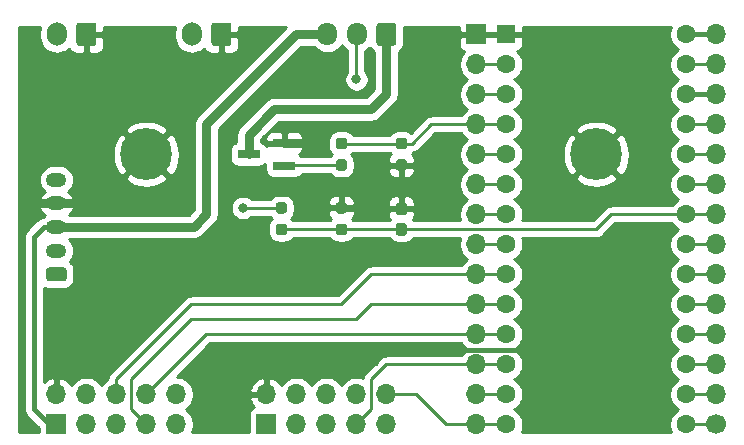
<source format=gbr>
%TF.GenerationSoftware,KiCad,Pcbnew,(5.1.10-1-10_14)*%
%TF.CreationDate,2021-08-23T22:51:27-07:00*%
%TF.ProjectId,town,746f776e-2e6b-4696-9361-645f70636258,rev?*%
%TF.SameCoordinates,Original*%
%TF.FileFunction,Copper,L1,Top*%
%TF.FilePolarity,Positive*%
%FSLAX46Y46*%
G04 Gerber Fmt 4.6, Leading zero omitted, Abs format (unit mm)*
G04 Created by KiCad (PCBNEW (5.1.10-1-10_14)) date 2021-08-23 22:51:27*
%MOMM*%
%LPD*%
G01*
G04 APERTURE LIST*
%TA.AperFunction,ComponentPad*%
%ADD10C,4.399999*%
%TD*%
%TA.AperFunction,ComponentPad*%
%ADD11R,1.600000X1.600000*%
%TD*%
%TA.AperFunction,ComponentPad*%
%ADD12C,1.600000*%
%TD*%
%TA.AperFunction,ComponentPad*%
%ADD13O,1.700000X1.700000*%
%TD*%
%TA.AperFunction,ComponentPad*%
%ADD14R,1.700000X1.700000*%
%TD*%
%TA.AperFunction,SMDPad,CuDef*%
%ADD15R,1.900000X0.800000*%
%TD*%
%TA.AperFunction,ComponentPad*%
%ADD16O,1.700000X2.000000*%
%TD*%
%TA.AperFunction,ComponentPad*%
%ADD17O,1.700000X1.950000*%
%TD*%
%TA.AperFunction,ComponentPad*%
%ADD18O,1.750000X1.200000*%
%TD*%
%TA.AperFunction,ComponentPad*%
%ADD19C,1.700000*%
%TD*%
%TA.AperFunction,ViaPad*%
%ADD20C,1.000000*%
%TD*%
%TA.AperFunction,ViaPad*%
%ADD21C,0.800000*%
%TD*%
%TA.AperFunction,Conductor*%
%ADD22C,0.400000*%
%TD*%
%TA.AperFunction,Conductor*%
%ADD23C,0.800000*%
%TD*%
%TA.AperFunction,Conductor*%
%ADD24C,0.250000*%
%TD*%
%TA.AperFunction,Conductor*%
%ADD25C,0.254000*%
%TD*%
%TA.AperFunction,Conductor*%
%ADD26C,0.100000*%
%TD*%
G04 APERTURE END LIST*
D10*
%TO.P,M2,1*%
%TO.N,GND*%
X93980000Y-63500000D03*
%TD*%
%TO.P,M1,1*%
%TO.N,GND*%
X55880000Y-63500000D03*
%TD*%
D11*
%TO.P,U1,1*%
%TO.N,GND*%
X86360000Y-53340000D03*
D12*
%TO.P,U1,2*%
%TO.N,/DOOR1*%
X86360000Y-55880000D03*
%TO.P,U1,3*%
%TO.N,/DOOR2*%
X86360000Y-58420000D03*
%TO.P,U1,4*%
%TO.N,/STRIP_LED_EN*%
X86360000Y-60960000D03*
%TO.P,U1,5*%
%TO.N,/CHG*%
X86360000Y-63500000D03*
%TO.P,U1,6*%
%TO.N,/PGOOD*%
X86360000Y-66040000D03*
%TO.P,U1,7*%
%TO.N,/PANEL_LED_DIN*%
X86360000Y-68580000D03*
%TO.P,U1,8*%
%TO.N,/BEEP*%
X86360000Y-71120000D03*
%TO.P,U1,9*%
%TO.N,/LCD_RST*%
X86360000Y-73660000D03*
%TO.P,U1,10*%
%TO.N,/LCD_A0*%
X86360000Y-76200000D03*
%TO.P,U1,11*%
%TO.N,/LCD_CS*%
X86360000Y-78740000D03*
%TO.P,U1,12*%
%TO.N,/SDCARD_CS*%
X86360000Y-81280000D03*
%TO.P,U1,13*%
%TO.N,/MOSI*%
X86360000Y-83820000D03*
%TO.P,U1,33*%
%TO.N,VBUS*%
X101600000Y-53340000D03*
%TO.P,U1,32*%
%TO.N,/AGND*%
X101600000Y-55880000D03*
%TO.P,U1,31*%
%TO.N,/VCC*%
X101600000Y-58420000D03*
%TO.P,U1,30*%
%TO.N,/X_A9*%
X101600000Y-60960000D03*
%TO.P,U1,29*%
%TO.N,/X_A8*%
X101600000Y-63500000D03*
%TO.P,U1,28*%
%TO.N,/STRIP_LED_DIN*%
X101600000Y-66040000D03*
%TO.P,U1,27*%
%TO.N,/BATTMON*%
X101600000Y-68580000D03*
%TO.P,U1,26*%
%TO.N,/BTN_ENC*%
X101600000Y-71120000D03*
%TO.P,U1,25*%
%TO.N,/SW_KILL*%
X101600000Y-73660000D03*
%TO.P,U1,24*%
%TO.N,/SDCARD_CD*%
X101600000Y-76200000D03*
%TO.P,U1,23*%
%TO.N,/BTN_EN2*%
X101600000Y-78740000D03*
%TO.P,U1,22*%
%TO.N,/BTN_EN1*%
X101600000Y-81280000D03*
%TO.P,U1,21*%
%TO.N,/SCK*%
X101600000Y-83820000D03*
%TO.P,U1,14*%
%TO.N,/MISO*%
X86360000Y-86360000D03*
%TO.P,U1,20*%
%TO.N,/X_D13*%
X101600000Y-86360000D03*
%TD*%
D13*
%TO.P,EXP2,10*%
%TO.N,/MISO*%
X76200000Y-83820000D03*
%TO.P,EXP2,9*%
%TO.N,/SCK*%
X76200000Y-86360000D03*
%TO.P,EXP2,8*%
%TO.N,/BTN_EN1*%
X73660000Y-83820000D03*
%TO.P,EXP2,7*%
%TO.N,/SDCARD_CS*%
X73660000Y-86360000D03*
%TO.P,EXP2,6*%
%TO.N,/BTN_EN2*%
X71120000Y-83820000D03*
%TO.P,EXP2,5*%
%TO.N,/MOSI*%
X71120000Y-86360000D03*
%TO.P,EXP2,4*%
%TO.N,/SDCARD_CD*%
X68580000Y-83820000D03*
%TO.P,EXP2,3*%
%TO.N,/SW_RST*%
X68580000Y-86360000D03*
%TO.P,EXP2,2*%
%TO.N,GND*%
X66040000Y-83820000D03*
D14*
%TO.P,EXP2,1*%
%TO.N,/SW_KILL*%
X66040000Y-86360000D03*
%TD*%
D13*
%TO.P,EXP1,10*%
%TO.N,/BEEP*%
X58420000Y-83820000D03*
%TO.P,EXP1,9*%
%TO.N,/BTN_ENC*%
X58420000Y-86360000D03*
%TO.P,EXP1,8*%
%TO.N,/LCD_CS*%
X55880000Y-83820000D03*
%TO.P,EXP1,7*%
%TO.N,/LCD_A0*%
X55880000Y-86360000D03*
%TO.P,EXP1,6*%
%TO.N,/LCD_RST*%
X53340000Y-83820000D03*
%TO.P,EXP1,5*%
%TO.N,/PANEL_LED_DIN*%
X53340000Y-86360000D03*
%TO.P,EXP1,4*%
%TO.N,Net-(EXP1-Pad4)*%
X50800000Y-83820000D03*
%TO.P,EXP1,3*%
%TO.N,Net-(EXP1-Pad3)*%
X50800000Y-86360000D03*
%TO.P,EXP1,2*%
%TO.N,GND*%
X48260000Y-83820000D03*
D14*
%TO.P,EXP1,1*%
%TO.N,VBUS*%
X48260000Y-86360000D03*
%TD*%
D15*
%TO.P,Q1,3*%
%TO.N,/STRIP_LED_GND*%
X64540000Y-63500000D03*
%TO.P,Q1,2*%
%TO.N,GND*%
X67540000Y-62550000D03*
%TO.P,Q1,1*%
%TO.N,Net-(Q1-Pad1)*%
X67540000Y-64450000D03*
%TD*%
%TO.P,R4,2*%
%TO.N,GND*%
%TA.AperFunction,SMDPad,CuDef*%
G36*
G01*
X77232500Y-63925000D02*
X77707500Y-63925000D01*
G75*
G02*
X77945000Y-64162500I0J-237500D01*
G01*
X77945000Y-64662500D01*
G75*
G02*
X77707500Y-64900000I-237500J0D01*
G01*
X77232500Y-64900000D01*
G75*
G02*
X76995000Y-64662500I0J237500D01*
G01*
X76995000Y-64162500D01*
G75*
G02*
X77232500Y-63925000I237500J0D01*
G01*
G37*
%TD.AperFunction*%
%TO.P,R4,1*%
%TO.N,/STRIP_LED_EN*%
%TA.AperFunction,SMDPad,CuDef*%
G36*
G01*
X77232500Y-62100000D02*
X77707500Y-62100000D01*
G75*
G02*
X77945000Y-62337500I0J-237500D01*
G01*
X77945000Y-62837500D01*
G75*
G02*
X77707500Y-63075000I-237500J0D01*
G01*
X77232500Y-63075000D01*
G75*
G02*
X76995000Y-62837500I0J237500D01*
G01*
X76995000Y-62337500D01*
G75*
G02*
X77232500Y-62100000I237500J0D01*
G01*
G37*
%TD.AperFunction*%
%TD*%
%TO.P,R3,2*%
%TO.N,/STRIP_LED_EN*%
%TA.AperFunction,SMDPad,CuDef*%
G36*
G01*
X72627500Y-63075000D02*
X72152500Y-63075000D01*
G75*
G02*
X71915000Y-62837500I0J237500D01*
G01*
X71915000Y-62337500D01*
G75*
G02*
X72152500Y-62100000I237500J0D01*
G01*
X72627500Y-62100000D01*
G75*
G02*
X72865000Y-62337500I0J-237500D01*
G01*
X72865000Y-62837500D01*
G75*
G02*
X72627500Y-63075000I-237500J0D01*
G01*
G37*
%TD.AperFunction*%
%TO.P,R3,1*%
%TO.N,Net-(Q1-Pad1)*%
%TA.AperFunction,SMDPad,CuDef*%
G36*
G01*
X72627500Y-64900000D02*
X72152500Y-64900000D01*
G75*
G02*
X71915000Y-64662500I0J237500D01*
G01*
X71915000Y-64162500D01*
G75*
G02*
X72152500Y-63925000I237500J0D01*
G01*
X72627500Y-63925000D01*
G75*
G02*
X72865000Y-64162500I0J-237500D01*
G01*
X72865000Y-64662500D01*
G75*
G02*
X72627500Y-64900000I-237500J0D01*
G01*
G37*
%TD.AperFunction*%
%TD*%
%TO.P,R2,2*%
%TO.N,GND*%
%TA.AperFunction,SMDPad,CuDef*%
G36*
G01*
X72627500Y-68512500D02*
X72152500Y-68512500D01*
G75*
G02*
X71915000Y-68275000I0J237500D01*
G01*
X71915000Y-67775000D01*
G75*
G02*
X72152500Y-67537500I237500J0D01*
G01*
X72627500Y-67537500D01*
G75*
G02*
X72865000Y-67775000I0J-237500D01*
G01*
X72865000Y-68275000D01*
G75*
G02*
X72627500Y-68512500I-237500J0D01*
G01*
G37*
%TD.AperFunction*%
%TO.P,R2,1*%
%TO.N,/BATTMON*%
%TA.AperFunction,SMDPad,CuDef*%
G36*
G01*
X72627500Y-70337500D02*
X72152500Y-70337500D01*
G75*
G02*
X71915000Y-70100000I0J237500D01*
G01*
X71915000Y-69600000D01*
G75*
G02*
X72152500Y-69362500I237500J0D01*
G01*
X72627500Y-69362500D01*
G75*
G02*
X72865000Y-69600000I0J-237500D01*
G01*
X72865000Y-70100000D01*
G75*
G02*
X72627500Y-70337500I-237500J0D01*
G01*
G37*
%TD.AperFunction*%
%TD*%
%TO.P,R1,2*%
%TO.N,/BATTMON*%
%TA.AperFunction,SMDPad,CuDef*%
G36*
G01*
X67072500Y-69362500D02*
X67547500Y-69362500D01*
G75*
G02*
X67785000Y-69600000I0J-237500D01*
G01*
X67785000Y-70100000D01*
G75*
G02*
X67547500Y-70337500I-237500J0D01*
G01*
X67072500Y-70337500D01*
G75*
G02*
X66835000Y-70100000I0J237500D01*
G01*
X66835000Y-69600000D01*
G75*
G02*
X67072500Y-69362500I237500J0D01*
G01*
G37*
%TD.AperFunction*%
%TO.P,R1,1*%
%TO.N,/VLIPO*%
%TA.AperFunction,SMDPad,CuDef*%
G36*
G01*
X67072500Y-67537500D02*
X67547500Y-67537500D01*
G75*
G02*
X67785000Y-67775000I0J-237500D01*
G01*
X67785000Y-68275000D01*
G75*
G02*
X67547500Y-68512500I-237500J0D01*
G01*
X67072500Y-68512500D01*
G75*
G02*
X66835000Y-68275000I0J237500D01*
G01*
X66835000Y-67775000D01*
G75*
G02*
X67072500Y-67537500I237500J0D01*
G01*
G37*
%TD.AperFunction*%
%TD*%
D16*
%TO.P,J4,2*%
%TO.N,/DOOR2*%
X48300000Y-53340000D03*
%TO.P,J4,1*%
%TO.N,GND*%
%TA.AperFunction,ComponentPad*%
G36*
G01*
X51650000Y-52590000D02*
X51650000Y-54090000D01*
G75*
G02*
X51400000Y-54340000I-250000J0D01*
G01*
X50200000Y-54340000D01*
G75*
G02*
X49950000Y-54090000I0J250000D01*
G01*
X49950000Y-52590000D01*
G75*
G02*
X50200000Y-52340000I250000J0D01*
G01*
X51400000Y-52340000D01*
G75*
G02*
X51650000Y-52590000I0J-250000D01*
G01*
G37*
%TD.AperFunction*%
%TD*%
%TO.P,J3,2*%
%TO.N,/DOOR1*%
X59730000Y-53340000D03*
%TO.P,J3,1*%
%TO.N,GND*%
%TA.AperFunction,ComponentPad*%
G36*
G01*
X63080000Y-52590000D02*
X63080000Y-54090000D01*
G75*
G02*
X62830000Y-54340000I-250000J0D01*
G01*
X61630000Y-54340000D01*
G75*
G02*
X61380000Y-54090000I0J250000D01*
G01*
X61380000Y-52590000D01*
G75*
G02*
X61630000Y-52340000I250000J0D01*
G01*
X62830000Y-52340000D01*
G75*
G02*
X63080000Y-52590000I0J-250000D01*
G01*
G37*
%TD.AperFunction*%
%TD*%
D17*
%TO.P,J2,3*%
%TO.N,VBUS*%
X71200000Y-53340000D03*
%TO.P,J2,2*%
%TO.N,/STRIP_LED_DIN*%
X73700000Y-53340000D03*
%TO.P,J2,1*%
%TO.N,/STRIP_LED_GND*%
%TA.AperFunction,ComponentPad*%
G36*
G01*
X77050000Y-52615000D02*
X77050000Y-54065000D01*
G75*
G02*
X76800000Y-54315000I-250000J0D01*
G01*
X75600000Y-54315000D01*
G75*
G02*
X75350000Y-54065000I0J250000D01*
G01*
X75350000Y-52615000D01*
G75*
G02*
X75600000Y-52365000I250000J0D01*
G01*
X76800000Y-52365000D01*
G75*
G02*
X77050000Y-52615000I0J-250000D01*
G01*
G37*
%TD.AperFunction*%
%TD*%
D18*
%TO.P,J1,5*%
%TO.N,/VLIPO*%
X48260000Y-65660000D03*
%TO.P,J1,4*%
%TO.N,GND*%
X48260000Y-67660000D03*
%TO.P,J1,3*%
%TO.N,VBUS*%
X48260000Y-69660000D03*
%TO.P,J1,2*%
%TO.N,/CHG*%
X48260000Y-71660000D03*
%TO.P,J1,1*%
%TO.N,/PGOOD*%
%TA.AperFunction,ComponentPad*%
G36*
G01*
X48885001Y-74260000D02*
X47634999Y-74260000D01*
G75*
G02*
X47385000Y-74010001I0J249999D01*
G01*
X47385000Y-73309999D01*
G75*
G02*
X47634999Y-73060000I249999J0D01*
G01*
X48885001Y-73060000D01*
G75*
G02*
X49135000Y-73309999I0J-249999D01*
G01*
X49135000Y-74010001D01*
G75*
G02*
X48885001Y-74260000I-249999J0D01*
G01*
G37*
%TD.AperFunction*%
%TD*%
D13*
%TO.P,H2,14*%
%TO.N,VBUS*%
X104140000Y-53340000D03*
%TO.P,H2,13*%
%TO.N,/AGND*%
X104140000Y-55880000D03*
%TO.P,H2,12*%
%TO.N,/VCC*%
X104140000Y-58420000D03*
%TO.P,H2,11*%
%TO.N,/X_A9*%
X104140000Y-60960000D03*
%TO.P,H2,10*%
%TO.N,/X_A8*%
X104140000Y-63500000D03*
%TO.P,H2,9*%
%TO.N,/STRIP_LED_DIN*%
X104140000Y-66040000D03*
%TO.P,H2,8*%
%TO.N,/BATTMON*%
X104140000Y-68580000D03*
%TO.P,H2,7*%
%TO.N,/BTN_ENC*%
X104140000Y-71120000D03*
%TO.P,H2,6*%
%TO.N,/SW_KILL*%
X104140000Y-73660000D03*
%TO.P,H2,5*%
%TO.N,/SDCARD_CD*%
X104140000Y-76200000D03*
%TO.P,H2,4*%
%TO.N,/BTN_EN2*%
X104140000Y-78740000D03*
%TO.P,H2,3*%
%TO.N,/BTN_EN1*%
X104140000Y-81280000D03*
%TO.P,H2,2*%
%TO.N,/SCK*%
X104140000Y-83820000D03*
D19*
%TO.P,H2,1*%
%TO.N,/X_D13*%
X104140000Y-86360000D03*
%TD*%
D13*
%TO.P,H1,14*%
%TO.N,/MISO*%
X83820000Y-86360000D03*
%TO.P,H1,13*%
%TO.N,/MOSI*%
X83820000Y-83820000D03*
%TO.P,H1,12*%
%TO.N,/SDCARD_CS*%
X83820000Y-81280000D03*
%TO.P,H1,11*%
%TO.N,/LCD_CS*%
X83820000Y-78740000D03*
%TO.P,H1,10*%
%TO.N,/LCD_A0*%
X83820000Y-76200000D03*
%TO.P,H1,9*%
%TO.N,/LCD_RST*%
X83820000Y-73660000D03*
%TO.P,H1,8*%
%TO.N,/BEEP*%
X83820000Y-71120000D03*
%TO.P,H1,7*%
%TO.N,/PANEL_LED_DIN*%
X83820000Y-68580000D03*
%TO.P,H1,6*%
%TO.N,/PGOOD*%
X83820000Y-66040000D03*
%TO.P,H1,5*%
%TO.N,/CHG*%
X83820000Y-63500000D03*
%TO.P,H1,4*%
%TO.N,/STRIP_LED_EN*%
X83820000Y-60960000D03*
%TO.P,H1,3*%
%TO.N,/DOOR2*%
X83820000Y-58420000D03*
%TO.P,H1,2*%
%TO.N,/DOOR1*%
X83820000Y-55880000D03*
D14*
%TO.P,H1,1*%
%TO.N,GND*%
X83820000Y-53340000D03*
%TD*%
%TO.P,C1,2*%
%TO.N,GND*%
%TA.AperFunction,SMDPad,CuDef*%
G36*
G01*
X77707500Y-68662500D02*
X77232500Y-68662500D01*
G75*
G02*
X76995000Y-68425000I0J237500D01*
G01*
X76995000Y-67825000D01*
G75*
G02*
X77232500Y-67587500I237500J0D01*
G01*
X77707500Y-67587500D01*
G75*
G02*
X77945000Y-67825000I0J-237500D01*
G01*
X77945000Y-68425000D01*
G75*
G02*
X77707500Y-68662500I-237500J0D01*
G01*
G37*
%TD.AperFunction*%
%TO.P,C1,1*%
%TO.N,/BATTMON*%
%TA.AperFunction,SMDPad,CuDef*%
G36*
G01*
X77707500Y-70387500D02*
X77232500Y-70387500D01*
G75*
G02*
X76995000Y-70150000I0J237500D01*
G01*
X76995000Y-69550000D01*
G75*
G02*
X77232500Y-69312500I237500J0D01*
G01*
X77707500Y-69312500D01*
G75*
G02*
X77945000Y-69550000I0J-237500D01*
G01*
X77945000Y-70150000D01*
G75*
G02*
X77707500Y-70387500I-237500J0D01*
G01*
G37*
%TD.AperFunction*%
%TD*%
D20*
%TO.N,GND*%
X69850000Y-66040000D03*
X81280000Y-62230000D03*
X69850000Y-61595000D03*
X81280000Y-59690000D03*
X81280000Y-67310000D03*
X97790000Y-55880000D03*
X91440000Y-71120000D03*
X97790000Y-69850000D03*
X97790000Y-72390000D03*
X91440000Y-73660000D03*
X91440000Y-76200000D03*
X97790000Y-74930000D03*
X97790000Y-77470000D03*
X91440000Y-78740000D03*
X91440000Y-81280000D03*
X97790000Y-80010000D03*
X91440000Y-83820000D03*
X97790000Y-82550000D03*
X97790000Y-85090000D03*
X91440000Y-86360000D03*
X62230000Y-80010000D03*
X60960000Y-81280000D03*
X50800000Y-80010000D03*
X57150000Y-74930000D03*
X66040000Y-53340000D03*
X54610000Y-53340000D03*
X80010000Y-53340000D03*
X91440000Y-53340000D03*
X69850000Y-57150000D03*
X97790000Y-58420000D03*
X91440000Y-58420000D03*
X45720000Y-86360000D03*
X45720000Y-53340000D03*
X75184000Y-81026000D03*
X70866000Y-80264000D03*
X68326000Y-80264000D03*
X63500000Y-85090000D03*
X60960000Y-85090000D03*
X63500000Y-66040000D03*
X73406000Y-80264000D03*
X91440000Y-55880000D03*
X89535000Y-62230000D03*
X89535000Y-67310000D03*
X89535000Y-59690000D03*
X69850000Y-62865000D03*
D21*
%TO.N,/STRIP_LED_DIN*%
X73660000Y-57150000D03*
%TO.N,/VLIPO*%
X64055000Y-68025000D03*
%TD*%
D22*
%TO.N,GND*%
X77470000Y-64412500D02*
X77470000Y-68125000D01*
X72490000Y-68125000D02*
X72390000Y-68025000D01*
X77470000Y-68125000D02*
X72490000Y-68125000D01*
X90150001Y-80029999D02*
X91440000Y-78740000D01*
X83820000Y-53340000D02*
X86360000Y-53340000D01*
X76180001Y-80029999D02*
X90150001Y-80029999D01*
X74930000Y-81280000D02*
X76180001Y-80029999D01*
D23*
X48260000Y-67660000D02*
X46355000Y-67660000D01*
X48260000Y-67660000D02*
X50165000Y-67660000D01*
X69535000Y-62550000D02*
X69850000Y-62865000D01*
X67540000Y-62550000D02*
X69535000Y-62550000D01*
D24*
%TO.N,/BATTMON*%
X67310000Y-69850000D02*
X72390000Y-69850000D01*
X72390000Y-69850000D02*
X77470000Y-69850000D01*
X101600000Y-68580000D02*
X104140000Y-68580000D01*
X95250000Y-68580000D02*
X101600000Y-68580000D01*
X93980000Y-69850000D02*
X95250000Y-68580000D01*
X77470000Y-69850000D02*
X93980000Y-69850000D01*
%TO.N,/BEEP*%
X83820000Y-71120000D02*
X86360000Y-71120000D01*
%TO.N,/BTN_ENC*%
X101600000Y-71120000D02*
X104140000Y-71120000D01*
%TO.N,/LCD_CS*%
X60960000Y-78740000D02*
X55880000Y-83820000D01*
X83820000Y-78740000D02*
X60960000Y-78740000D01*
X86360000Y-78740000D02*
X83820000Y-78740000D01*
%TO.N,/LCD_A0*%
X74930000Y-76200000D02*
X83820000Y-76200000D01*
X54610000Y-82550000D02*
X57155013Y-80004987D01*
X54610000Y-85090000D02*
X54610000Y-82550000D01*
X55880000Y-86360000D02*
X54610000Y-85090000D01*
X74930000Y-76200000D02*
X73660000Y-77470000D01*
X73660000Y-77470000D02*
X59690000Y-77470000D01*
X59690000Y-77470000D02*
X57150000Y-80010000D01*
X86360000Y-76200000D02*
X83820000Y-76200000D01*
%TO.N,/LCD_RST*%
X53340000Y-82550000D02*
X53340000Y-83820000D01*
X59690000Y-76200000D02*
X53340000Y-82550000D01*
X72390000Y-76200000D02*
X59690000Y-76200000D01*
X83820000Y-73660000D02*
X74930000Y-73660000D01*
X74930000Y-73660000D02*
X72390000Y-76200000D01*
X86360000Y-73660000D02*
X83820000Y-73660000D01*
%TO.N,/PANEL_LED_DIN*%
X86360000Y-68580000D02*
X83820000Y-68580000D01*
%TO.N,/MISO*%
X83820000Y-86360000D02*
X81280000Y-86360000D01*
X81280000Y-86360000D02*
X78740000Y-83820000D01*
X78740000Y-83820000D02*
X76200000Y-83820000D01*
X86360000Y-86360000D02*
X83820000Y-86360000D01*
%TO.N,/SCK*%
X101600000Y-83820000D02*
X104140000Y-83820000D01*
%TO.N,/BTN_EN1*%
X101600000Y-81280000D02*
X104140000Y-81280000D01*
%TO.N,/SDCARD_CS*%
X83820000Y-81280000D02*
X76200000Y-81280000D01*
X73660000Y-86360000D02*
X74930000Y-85090000D01*
X74930000Y-85090000D02*
X74930000Y-82550000D01*
X74930000Y-82550000D02*
X76200000Y-81280000D01*
X86360000Y-81280000D02*
X83820000Y-81280000D01*
%TO.N,/BTN_EN2*%
X101600000Y-78740000D02*
X104140000Y-78740000D01*
%TO.N,/MOSI*%
X86360000Y-83820000D02*
X83820000Y-83820000D01*
%TO.N,/SDCARD_CD*%
X101600000Y-76200000D02*
X104140000Y-76200000D01*
%TO.N,/SW_KILL*%
X101600000Y-73660000D02*
X104140000Y-73660000D01*
%TO.N,/STRIP_LED_DIN*%
X73660000Y-57150000D02*
X73660000Y-53340000D01*
X101600000Y-66040000D02*
X104140000Y-66040000D01*
%TO.N,/AGND*%
X101600000Y-55880000D02*
X104140000Y-55880000D01*
%TO.N,/STRIP_LED_EN*%
X77470000Y-62587500D02*
X76995000Y-62587500D01*
X76995000Y-62587500D02*
X72390000Y-62587500D01*
X83820000Y-60960000D02*
X80010000Y-60960000D01*
X78382500Y-62587500D02*
X77470000Y-62587500D01*
X80010000Y-60960000D02*
X78382500Y-62587500D01*
X83820000Y-60960000D02*
X86360000Y-60960000D01*
%TO.N,/DOOR2*%
X86360000Y-58420000D02*
X83820000Y-58420000D01*
%TO.N,/DOOR1*%
X83820000Y-55880000D02*
X86360000Y-55880000D01*
%TO.N,/CHG*%
X86360000Y-63500000D02*
X83820000Y-63500000D01*
%TO.N,/PGOOD*%
X83820000Y-66040000D02*
X86360000Y-66040000D01*
%TO.N,/X_D13*%
X101600000Y-86360000D02*
X104140000Y-86360000D01*
%TO.N,/VLIPO*%
X64055000Y-68025000D02*
X67310000Y-68025000D01*
D23*
%TO.N,/STRIP_LED_GND*%
X64540000Y-63479998D02*
X64540000Y-63500000D01*
X64540000Y-61825000D02*
X64540000Y-63500000D01*
X74930000Y-59690000D02*
X66675000Y-59690000D01*
X66675000Y-59690000D02*
X64540000Y-61825000D01*
X76200000Y-58420000D02*
X74930000Y-59690000D01*
X76200000Y-53340000D02*
X76200000Y-58420000D01*
D24*
%TO.N,Net-(Q1-Pad1)*%
X67577500Y-64412500D02*
X67540000Y-64450000D01*
X72390000Y-64412500D02*
X67577500Y-64412500D01*
%TO.N,/X_A9*%
X101600000Y-60960000D02*
X104140000Y-60960000D01*
%TO.N,/X_A8*%
X101600000Y-63500000D02*
X104140000Y-63500000D01*
D23*
%TO.N,VBUS*%
X60960000Y-60960000D02*
X68580000Y-53340000D01*
X68580000Y-53340000D02*
X71200000Y-53340000D01*
X60960000Y-68580000D02*
X60960000Y-60960000D01*
X59880000Y-69660000D02*
X60960000Y-68580000D01*
X48260000Y-69660000D02*
X59880000Y-69660000D01*
D22*
X101600000Y-53340000D02*
X104140000Y-53340000D01*
X47625000Y-86360000D02*
X46355000Y-85090000D01*
X47180000Y-69660000D02*
X46355000Y-70485000D01*
X46355000Y-70485000D02*
X46355000Y-85090000D01*
X48260000Y-69660000D02*
X47180000Y-69660000D01*
X48260000Y-86360000D02*
X47625000Y-86360000D01*
%TO.N,/VCC*%
X101600000Y-58420000D02*
X104140000Y-58420000D01*
%TD*%
D25*
%TO.N,GND*%
X46836487Y-52898889D02*
X46815000Y-53117050D01*
X46815000Y-53562949D01*
X46836487Y-53781110D01*
X46921401Y-54061033D01*
X47059294Y-54319013D01*
X47244866Y-54545134D01*
X47470986Y-54730706D01*
X47728966Y-54868599D01*
X48008889Y-54953513D01*
X48300000Y-54982185D01*
X48591110Y-54953513D01*
X48871033Y-54868599D01*
X49129013Y-54730706D01*
X49349945Y-54549392D01*
X49360498Y-54584180D01*
X49419463Y-54694494D01*
X49498815Y-54791185D01*
X49595506Y-54870537D01*
X49705820Y-54929502D01*
X49825518Y-54965812D01*
X49950000Y-54978072D01*
X50514250Y-54975000D01*
X50673000Y-54816250D01*
X50673000Y-53467000D01*
X50927000Y-53467000D01*
X50927000Y-54816250D01*
X51085750Y-54975000D01*
X51650000Y-54978072D01*
X51774482Y-54965812D01*
X51894180Y-54929502D01*
X52004494Y-54870537D01*
X52101185Y-54791185D01*
X52180537Y-54694494D01*
X52239502Y-54584180D01*
X52275812Y-54464482D01*
X52288072Y-54340000D01*
X52285000Y-53625750D01*
X52126250Y-53467000D01*
X50927000Y-53467000D01*
X50673000Y-53467000D01*
X50653000Y-53467000D01*
X50653000Y-53213000D01*
X50673000Y-53213000D01*
X50673000Y-53193000D01*
X50927000Y-53193000D01*
X50927000Y-53213000D01*
X52126250Y-53213000D01*
X52285000Y-53054250D01*
X52286395Y-52730000D01*
X58317719Y-52730000D01*
X58266487Y-52898889D01*
X58245000Y-53117050D01*
X58245000Y-53562949D01*
X58266487Y-53781110D01*
X58351401Y-54061033D01*
X58489294Y-54319013D01*
X58674866Y-54545134D01*
X58900986Y-54730706D01*
X59158966Y-54868599D01*
X59438889Y-54953513D01*
X59730000Y-54982185D01*
X60021110Y-54953513D01*
X60301033Y-54868599D01*
X60559013Y-54730706D01*
X60779945Y-54549392D01*
X60790498Y-54584180D01*
X60849463Y-54694494D01*
X60928815Y-54791185D01*
X61025506Y-54870537D01*
X61135820Y-54929502D01*
X61255518Y-54965812D01*
X61380000Y-54978072D01*
X61944250Y-54975000D01*
X62103000Y-54816250D01*
X62103000Y-53467000D01*
X62357000Y-53467000D01*
X62357000Y-54816250D01*
X62515750Y-54975000D01*
X63080000Y-54978072D01*
X63204482Y-54965812D01*
X63324180Y-54929502D01*
X63434494Y-54870537D01*
X63531185Y-54791185D01*
X63610537Y-54694494D01*
X63669502Y-54584180D01*
X63705812Y-54464482D01*
X63718072Y-54340000D01*
X63715000Y-53625750D01*
X63556250Y-53467000D01*
X62357000Y-53467000D01*
X62103000Y-53467000D01*
X62083000Y-53467000D01*
X62083000Y-53213000D01*
X62103000Y-53213000D01*
X62103000Y-53193000D01*
X62357000Y-53193000D01*
X62357000Y-53213000D01*
X63556250Y-53213000D01*
X63715000Y-53054250D01*
X63716395Y-52730000D01*
X67726289Y-52730000D01*
X60264093Y-60192197D01*
X60224605Y-60224604D01*
X60192198Y-60264092D01*
X60192197Y-60264093D01*
X60095266Y-60382203D01*
X59999160Y-60562007D01*
X59939977Y-60757105D01*
X59919994Y-60960000D01*
X59925001Y-61010838D01*
X59925000Y-68151289D01*
X59451290Y-68625000D01*
X49313835Y-68625000D01*
X49326725Y-68616307D01*
X49498078Y-68443474D01*
X49632421Y-68240533D01*
X49724591Y-68015282D01*
X49728462Y-67977609D01*
X49603731Y-67787000D01*
X48387000Y-67787000D01*
X48387000Y-67807000D01*
X48133000Y-67807000D01*
X48133000Y-67787000D01*
X46916269Y-67787000D01*
X46791538Y-67977609D01*
X46795409Y-68015282D01*
X46887579Y-68240533D01*
X47021922Y-68443474D01*
X47193275Y-68616307D01*
X47257348Y-68659519D01*
X47107498Y-68782498D01*
X47066782Y-68832111D01*
X47016311Y-68837082D01*
X46858913Y-68884828D01*
X46713854Y-68962364D01*
X46586709Y-69066709D01*
X46560558Y-69098574D01*
X45793579Y-69865554D01*
X45761709Y-69891709D01*
X45666328Y-70007932D01*
X45657364Y-70018855D01*
X45579828Y-70163914D01*
X45532082Y-70321312D01*
X45515960Y-70485000D01*
X45520000Y-70526019D01*
X45520001Y-85048971D01*
X45515960Y-85090000D01*
X45532082Y-85253688D01*
X45579828Y-85411086D01*
X45634985Y-85514277D01*
X45657365Y-85556146D01*
X45761710Y-85683291D01*
X45793574Y-85709441D01*
X46771928Y-86687796D01*
X46771928Y-86970000D01*
X45110000Y-86970000D01*
X45110000Y-65660000D01*
X46744025Y-65660000D01*
X46767870Y-65902102D01*
X46838489Y-66134901D01*
X46953167Y-66349449D01*
X47107498Y-66537502D01*
X47257348Y-66660481D01*
X47193275Y-66703693D01*
X47021922Y-66876526D01*
X46887579Y-67079467D01*
X46795409Y-67304718D01*
X46791538Y-67342391D01*
X46916269Y-67533000D01*
X48133000Y-67533000D01*
X48133000Y-67513000D01*
X48387000Y-67513000D01*
X48387000Y-67533000D01*
X49603731Y-67533000D01*
X49728462Y-67342391D01*
X49724591Y-67304718D01*
X49632421Y-67079467D01*
X49498078Y-66876526D01*
X49326725Y-66703693D01*
X49262652Y-66660481D01*
X49412502Y-66537502D01*
X49566833Y-66349449D01*
X49681511Y-66134901D01*
X49752130Y-65902102D01*
X49775975Y-65660000D01*
X49759210Y-65489774D01*
X54069831Y-65489774D01*
X54309977Y-65877017D01*
X54803877Y-66137640D01*
X55339132Y-66296899D01*
X55895173Y-66348676D01*
X56450630Y-66290979D01*
X56984159Y-66126027D01*
X57450023Y-65877017D01*
X57690169Y-65489774D01*
X55880000Y-63679605D01*
X54069831Y-65489774D01*
X49759210Y-65489774D01*
X49752130Y-65417898D01*
X49681511Y-65185099D01*
X49566833Y-64970551D01*
X49412502Y-64782498D01*
X49224449Y-64628167D01*
X49009901Y-64513489D01*
X48777102Y-64442870D01*
X48595665Y-64425000D01*
X47924335Y-64425000D01*
X47742898Y-64442870D01*
X47510099Y-64513489D01*
X47295551Y-64628167D01*
X47107498Y-64782498D01*
X46953167Y-64970551D01*
X46838489Y-65185099D01*
X46767870Y-65417898D01*
X46744025Y-65660000D01*
X45110000Y-65660000D01*
X45110000Y-63515173D01*
X53031324Y-63515173D01*
X53089021Y-64070630D01*
X53253973Y-64604159D01*
X53502983Y-65070023D01*
X53890226Y-65310169D01*
X55700395Y-63500000D01*
X56059605Y-63500000D01*
X57869774Y-65310169D01*
X58257017Y-65070023D01*
X58517640Y-64576123D01*
X58676899Y-64040868D01*
X58728676Y-63484827D01*
X58670979Y-62929370D01*
X58506027Y-62395841D01*
X58257017Y-61929977D01*
X57869774Y-61689831D01*
X56059605Y-63500000D01*
X55700395Y-63500000D01*
X53890226Y-61689831D01*
X53502983Y-61929977D01*
X53242360Y-62423877D01*
X53083101Y-62959132D01*
X53031324Y-63515173D01*
X45110000Y-63515173D01*
X45110000Y-61510226D01*
X54069831Y-61510226D01*
X55880000Y-63320395D01*
X57690169Y-61510226D01*
X57450023Y-61122983D01*
X56956123Y-60862360D01*
X56420868Y-60703101D01*
X55864827Y-60651324D01*
X55309370Y-60709021D01*
X54775841Y-60873973D01*
X54309977Y-61122983D01*
X54069831Y-61510226D01*
X45110000Y-61510226D01*
X45110000Y-52730000D01*
X46887719Y-52730000D01*
X46836487Y-52898889D01*
%TA.AperFunction,Conductor*%
D26*
G36*
X46836487Y-52898889D02*
G01*
X46815000Y-53117050D01*
X46815000Y-53562949D01*
X46836487Y-53781110D01*
X46921401Y-54061033D01*
X47059294Y-54319013D01*
X47244866Y-54545134D01*
X47470986Y-54730706D01*
X47728966Y-54868599D01*
X48008889Y-54953513D01*
X48300000Y-54982185D01*
X48591110Y-54953513D01*
X48871033Y-54868599D01*
X49129013Y-54730706D01*
X49349945Y-54549392D01*
X49360498Y-54584180D01*
X49419463Y-54694494D01*
X49498815Y-54791185D01*
X49595506Y-54870537D01*
X49705820Y-54929502D01*
X49825518Y-54965812D01*
X49950000Y-54978072D01*
X50514250Y-54975000D01*
X50673000Y-54816250D01*
X50673000Y-53467000D01*
X50927000Y-53467000D01*
X50927000Y-54816250D01*
X51085750Y-54975000D01*
X51650000Y-54978072D01*
X51774482Y-54965812D01*
X51894180Y-54929502D01*
X52004494Y-54870537D01*
X52101185Y-54791185D01*
X52180537Y-54694494D01*
X52239502Y-54584180D01*
X52275812Y-54464482D01*
X52288072Y-54340000D01*
X52285000Y-53625750D01*
X52126250Y-53467000D01*
X50927000Y-53467000D01*
X50673000Y-53467000D01*
X50653000Y-53467000D01*
X50653000Y-53213000D01*
X50673000Y-53213000D01*
X50673000Y-53193000D01*
X50927000Y-53193000D01*
X50927000Y-53213000D01*
X52126250Y-53213000D01*
X52285000Y-53054250D01*
X52286395Y-52730000D01*
X58317719Y-52730000D01*
X58266487Y-52898889D01*
X58245000Y-53117050D01*
X58245000Y-53562949D01*
X58266487Y-53781110D01*
X58351401Y-54061033D01*
X58489294Y-54319013D01*
X58674866Y-54545134D01*
X58900986Y-54730706D01*
X59158966Y-54868599D01*
X59438889Y-54953513D01*
X59730000Y-54982185D01*
X60021110Y-54953513D01*
X60301033Y-54868599D01*
X60559013Y-54730706D01*
X60779945Y-54549392D01*
X60790498Y-54584180D01*
X60849463Y-54694494D01*
X60928815Y-54791185D01*
X61025506Y-54870537D01*
X61135820Y-54929502D01*
X61255518Y-54965812D01*
X61380000Y-54978072D01*
X61944250Y-54975000D01*
X62103000Y-54816250D01*
X62103000Y-53467000D01*
X62357000Y-53467000D01*
X62357000Y-54816250D01*
X62515750Y-54975000D01*
X63080000Y-54978072D01*
X63204482Y-54965812D01*
X63324180Y-54929502D01*
X63434494Y-54870537D01*
X63531185Y-54791185D01*
X63610537Y-54694494D01*
X63669502Y-54584180D01*
X63705812Y-54464482D01*
X63718072Y-54340000D01*
X63715000Y-53625750D01*
X63556250Y-53467000D01*
X62357000Y-53467000D01*
X62103000Y-53467000D01*
X62083000Y-53467000D01*
X62083000Y-53213000D01*
X62103000Y-53213000D01*
X62103000Y-53193000D01*
X62357000Y-53193000D01*
X62357000Y-53213000D01*
X63556250Y-53213000D01*
X63715000Y-53054250D01*
X63716395Y-52730000D01*
X67726289Y-52730000D01*
X60264093Y-60192197D01*
X60224605Y-60224604D01*
X60192198Y-60264092D01*
X60192197Y-60264093D01*
X60095266Y-60382203D01*
X59999160Y-60562007D01*
X59939977Y-60757105D01*
X59919994Y-60960000D01*
X59925001Y-61010838D01*
X59925000Y-68151289D01*
X59451290Y-68625000D01*
X49313835Y-68625000D01*
X49326725Y-68616307D01*
X49498078Y-68443474D01*
X49632421Y-68240533D01*
X49724591Y-68015282D01*
X49728462Y-67977609D01*
X49603731Y-67787000D01*
X48387000Y-67787000D01*
X48387000Y-67807000D01*
X48133000Y-67807000D01*
X48133000Y-67787000D01*
X46916269Y-67787000D01*
X46791538Y-67977609D01*
X46795409Y-68015282D01*
X46887579Y-68240533D01*
X47021922Y-68443474D01*
X47193275Y-68616307D01*
X47257348Y-68659519D01*
X47107498Y-68782498D01*
X47066782Y-68832111D01*
X47016311Y-68837082D01*
X46858913Y-68884828D01*
X46713854Y-68962364D01*
X46586709Y-69066709D01*
X46560558Y-69098574D01*
X45793579Y-69865554D01*
X45761709Y-69891709D01*
X45666328Y-70007932D01*
X45657364Y-70018855D01*
X45579828Y-70163914D01*
X45532082Y-70321312D01*
X45515960Y-70485000D01*
X45520000Y-70526019D01*
X45520001Y-85048971D01*
X45515960Y-85090000D01*
X45532082Y-85253688D01*
X45579828Y-85411086D01*
X45634985Y-85514277D01*
X45657365Y-85556146D01*
X45761710Y-85683291D01*
X45793574Y-85709441D01*
X46771928Y-86687796D01*
X46771928Y-86970000D01*
X45110000Y-86970000D01*
X45110000Y-65660000D01*
X46744025Y-65660000D01*
X46767870Y-65902102D01*
X46838489Y-66134901D01*
X46953167Y-66349449D01*
X47107498Y-66537502D01*
X47257348Y-66660481D01*
X47193275Y-66703693D01*
X47021922Y-66876526D01*
X46887579Y-67079467D01*
X46795409Y-67304718D01*
X46791538Y-67342391D01*
X46916269Y-67533000D01*
X48133000Y-67533000D01*
X48133000Y-67513000D01*
X48387000Y-67513000D01*
X48387000Y-67533000D01*
X49603731Y-67533000D01*
X49728462Y-67342391D01*
X49724591Y-67304718D01*
X49632421Y-67079467D01*
X49498078Y-66876526D01*
X49326725Y-66703693D01*
X49262652Y-66660481D01*
X49412502Y-66537502D01*
X49566833Y-66349449D01*
X49681511Y-66134901D01*
X49752130Y-65902102D01*
X49775975Y-65660000D01*
X49759210Y-65489774D01*
X54069831Y-65489774D01*
X54309977Y-65877017D01*
X54803877Y-66137640D01*
X55339132Y-66296899D01*
X55895173Y-66348676D01*
X56450630Y-66290979D01*
X56984159Y-66126027D01*
X57450023Y-65877017D01*
X57690169Y-65489774D01*
X55880000Y-63679605D01*
X54069831Y-65489774D01*
X49759210Y-65489774D01*
X49752130Y-65417898D01*
X49681511Y-65185099D01*
X49566833Y-64970551D01*
X49412502Y-64782498D01*
X49224449Y-64628167D01*
X49009901Y-64513489D01*
X48777102Y-64442870D01*
X48595665Y-64425000D01*
X47924335Y-64425000D01*
X47742898Y-64442870D01*
X47510099Y-64513489D01*
X47295551Y-64628167D01*
X47107498Y-64782498D01*
X46953167Y-64970551D01*
X46838489Y-65185099D01*
X46767870Y-65417898D01*
X46744025Y-65660000D01*
X45110000Y-65660000D01*
X45110000Y-63515173D01*
X53031324Y-63515173D01*
X53089021Y-64070630D01*
X53253973Y-64604159D01*
X53502983Y-65070023D01*
X53890226Y-65310169D01*
X55700395Y-63500000D01*
X56059605Y-63500000D01*
X57869774Y-65310169D01*
X58257017Y-65070023D01*
X58517640Y-64576123D01*
X58676899Y-64040868D01*
X58728676Y-63484827D01*
X58670979Y-62929370D01*
X58506027Y-62395841D01*
X58257017Y-61929977D01*
X57869774Y-61689831D01*
X56059605Y-63500000D01*
X55700395Y-63500000D01*
X53890226Y-61689831D01*
X53502983Y-61929977D01*
X53242360Y-62423877D01*
X53083101Y-62959132D01*
X53031324Y-63515173D01*
X45110000Y-63515173D01*
X45110000Y-61510226D01*
X54069831Y-61510226D01*
X55880000Y-63320395D01*
X57690169Y-61510226D01*
X57450023Y-61122983D01*
X56956123Y-60862360D01*
X56420868Y-60703101D01*
X55864827Y-60651324D01*
X55309370Y-60709021D01*
X54775841Y-60873973D01*
X54309977Y-61122983D01*
X54069831Y-61510226D01*
X45110000Y-61510226D01*
X45110000Y-52730000D01*
X46887719Y-52730000D01*
X46836487Y-52898889D01*
G37*
%TD.AperFunction*%
D25*
X82666525Y-79686632D02*
X82873368Y-79893475D01*
X83047760Y-80010000D01*
X82873368Y-80126525D01*
X82666525Y-80333368D01*
X82541822Y-80520000D01*
X76237322Y-80520000D01*
X76199999Y-80516324D01*
X76162676Y-80520000D01*
X76162667Y-80520000D01*
X76051014Y-80530997D01*
X75907753Y-80574454D01*
X75775724Y-80645026D01*
X75659999Y-80739999D01*
X75636201Y-80768997D01*
X74418998Y-81986201D01*
X74390000Y-82009999D01*
X74366202Y-82038997D01*
X74366201Y-82038998D01*
X74295026Y-82125724D01*
X74224454Y-82257754D01*
X74201023Y-82335000D01*
X74182933Y-82394637D01*
X74180998Y-82401015D01*
X74178402Y-82427377D01*
X74093158Y-82392068D01*
X73806260Y-82335000D01*
X73513740Y-82335000D01*
X73226842Y-82392068D01*
X72956589Y-82504010D01*
X72713368Y-82666525D01*
X72506525Y-82873368D01*
X72390000Y-83047760D01*
X72273475Y-82873368D01*
X72066632Y-82666525D01*
X71823411Y-82504010D01*
X71553158Y-82392068D01*
X71266260Y-82335000D01*
X70973740Y-82335000D01*
X70686842Y-82392068D01*
X70416589Y-82504010D01*
X70173368Y-82666525D01*
X69966525Y-82873368D01*
X69850000Y-83047760D01*
X69733475Y-82873368D01*
X69526632Y-82666525D01*
X69283411Y-82504010D01*
X69013158Y-82392068D01*
X68726260Y-82335000D01*
X68433740Y-82335000D01*
X68146842Y-82392068D01*
X67876589Y-82504010D01*
X67633368Y-82666525D01*
X67426525Y-82873368D01*
X67304805Y-83055534D01*
X67235178Y-82938645D01*
X67040269Y-82722412D01*
X66806920Y-82548359D01*
X66544099Y-82423175D01*
X66396890Y-82378524D01*
X66167000Y-82499845D01*
X66167000Y-83693000D01*
X66187000Y-83693000D01*
X66187000Y-83947000D01*
X66167000Y-83947000D01*
X66167000Y-83967000D01*
X65913000Y-83967000D01*
X65913000Y-83947000D01*
X64719186Y-83947000D01*
X64598519Y-84176891D01*
X64695843Y-84451252D01*
X64844822Y-84701355D01*
X65021626Y-84897502D01*
X64945820Y-84920498D01*
X64835506Y-84979463D01*
X64738815Y-85058815D01*
X64659463Y-85155506D01*
X64600498Y-85265820D01*
X64564188Y-85385518D01*
X64551928Y-85510000D01*
X64551928Y-86970000D01*
X59774682Y-86970000D01*
X59847932Y-86793158D01*
X59905000Y-86506260D01*
X59905000Y-86213740D01*
X59847932Y-85926842D01*
X59735990Y-85656589D01*
X59573475Y-85413368D01*
X59366632Y-85206525D01*
X59192240Y-85090000D01*
X59366632Y-84973475D01*
X59573475Y-84766632D01*
X59735990Y-84523411D01*
X59847932Y-84253158D01*
X59905000Y-83966260D01*
X59905000Y-83673740D01*
X59863103Y-83463109D01*
X64598519Y-83463109D01*
X64719186Y-83693000D01*
X65913000Y-83693000D01*
X65913000Y-82499845D01*
X65683110Y-82378524D01*
X65535901Y-82423175D01*
X65273080Y-82548359D01*
X65039731Y-82722412D01*
X64844822Y-82938645D01*
X64695843Y-83188748D01*
X64598519Y-83463109D01*
X59863103Y-83463109D01*
X59847932Y-83386842D01*
X59735990Y-83116589D01*
X59573475Y-82873368D01*
X59366632Y-82666525D01*
X59123411Y-82504010D01*
X58853158Y-82392068D01*
X58566260Y-82335000D01*
X58439801Y-82335000D01*
X61274802Y-79500000D01*
X82541822Y-79500000D01*
X82666525Y-79686632D01*
%TA.AperFunction,Conductor*%
D26*
G36*
X82666525Y-79686632D02*
G01*
X82873368Y-79893475D01*
X83047760Y-80010000D01*
X82873368Y-80126525D01*
X82666525Y-80333368D01*
X82541822Y-80520000D01*
X76237322Y-80520000D01*
X76199999Y-80516324D01*
X76162676Y-80520000D01*
X76162667Y-80520000D01*
X76051014Y-80530997D01*
X75907753Y-80574454D01*
X75775724Y-80645026D01*
X75659999Y-80739999D01*
X75636201Y-80768997D01*
X74418998Y-81986201D01*
X74390000Y-82009999D01*
X74366202Y-82038997D01*
X74366201Y-82038998D01*
X74295026Y-82125724D01*
X74224454Y-82257754D01*
X74201023Y-82335000D01*
X74182933Y-82394637D01*
X74180998Y-82401015D01*
X74178402Y-82427377D01*
X74093158Y-82392068D01*
X73806260Y-82335000D01*
X73513740Y-82335000D01*
X73226842Y-82392068D01*
X72956589Y-82504010D01*
X72713368Y-82666525D01*
X72506525Y-82873368D01*
X72390000Y-83047760D01*
X72273475Y-82873368D01*
X72066632Y-82666525D01*
X71823411Y-82504010D01*
X71553158Y-82392068D01*
X71266260Y-82335000D01*
X70973740Y-82335000D01*
X70686842Y-82392068D01*
X70416589Y-82504010D01*
X70173368Y-82666525D01*
X69966525Y-82873368D01*
X69850000Y-83047760D01*
X69733475Y-82873368D01*
X69526632Y-82666525D01*
X69283411Y-82504010D01*
X69013158Y-82392068D01*
X68726260Y-82335000D01*
X68433740Y-82335000D01*
X68146842Y-82392068D01*
X67876589Y-82504010D01*
X67633368Y-82666525D01*
X67426525Y-82873368D01*
X67304805Y-83055534D01*
X67235178Y-82938645D01*
X67040269Y-82722412D01*
X66806920Y-82548359D01*
X66544099Y-82423175D01*
X66396890Y-82378524D01*
X66167000Y-82499845D01*
X66167000Y-83693000D01*
X66187000Y-83693000D01*
X66187000Y-83947000D01*
X66167000Y-83947000D01*
X66167000Y-83967000D01*
X65913000Y-83967000D01*
X65913000Y-83947000D01*
X64719186Y-83947000D01*
X64598519Y-84176891D01*
X64695843Y-84451252D01*
X64844822Y-84701355D01*
X65021626Y-84897502D01*
X64945820Y-84920498D01*
X64835506Y-84979463D01*
X64738815Y-85058815D01*
X64659463Y-85155506D01*
X64600498Y-85265820D01*
X64564188Y-85385518D01*
X64551928Y-85510000D01*
X64551928Y-86970000D01*
X59774682Y-86970000D01*
X59847932Y-86793158D01*
X59905000Y-86506260D01*
X59905000Y-86213740D01*
X59847932Y-85926842D01*
X59735990Y-85656589D01*
X59573475Y-85413368D01*
X59366632Y-85206525D01*
X59192240Y-85090000D01*
X59366632Y-84973475D01*
X59573475Y-84766632D01*
X59735990Y-84523411D01*
X59847932Y-84253158D01*
X59905000Y-83966260D01*
X59905000Y-83673740D01*
X59863103Y-83463109D01*
X64598519Y-83463109D01*
X64719186Y-83693000D01*
X65913000Y-83693000D01*
X65913000Y-82499845D01*
X65683110Y-82378524D01*
X65535901Y-82423175D01*
X65273080Y-82548359D01*
X65039731Y-82722412D01*
X64844822Y-82938645D01*
X64695843Y-83188748D01*
X64598519Y-83463109D01*
X59863103Y-83463109D01*
X59847932Y-83386842D01*
X59735990Y-83116589D01*
X59573475Y-82873368D01*
X59366632Y-82666525D01*
X59123411Y-82504010D01*
X58853158Y-82392068D01*
X58566260Y-82335000D01*
X58439801Y-82335000D01*
X61274802Y-79500000D01*
X82541822Y-79500000D01*
X82666525Y-79686632D01*
G37*
%TD.AperFunction*%
D25*
X100485363Y-69494759D02*
X100685241Y-69694637D01*
X100917759Y-69850000D01*
X100685241Y-70005363D01*
X100485363Y-70205241D01*
X100328320Y-70440273D01*
X100220147Y-70701426D01*
X100165000Y-70978665D01*
X100165000Y-71261335D01*
X100220147Y-71538574D01*
X100328320Y-71799727D01*
X100485363Y-72034759D01*
X100685241Y-72234637D01*
X100917759Y-72390000D01*
X100685241Y-72545363D01*
X100485363Y-72745241D01*
X100328320Y-72980273D01*
X100220147Y-73241426D01*
X100165000Y-73518665D01*
X100165000Y-73801335D01*
X100220147Y-74078574D01*
X100328320Y-74339727D01*
X100485363Y-74574759D01*
X100685241Y-74774637D01*
X100917759Y-74930000D01*
X100685241Y-75085363D01*
X100485363Y-75285241D01*
X100328320Y-75520273D01*
X100220147Y-75781426D01*
X100165000Y-76058665D01*
X100165000Y-76341335D01*
X100220147Y-76618574D01*
X100328320Y-76879727D01*
X100485363Y-77114759D01*
X100685241Y-77314637D01*
X100917759Y-77470000D01*
X100685241Y-77625363D01*
X100485363Y-77825241D01*
X100328320Y-78060273D01*
X100220147Y-78321426D01*
X100165000Y-78598665D01*
X100165000Y-78881335D01*
X100220147Y-79158574D01*
X100328320Y-79419727D01*
X100485363Y-79654759D01*
X100685241Y-79854637D01*
X100917759Y-80010000D01*
X100685241Y-80165363D01*
X100485363Y-80365241D01*
X100328320Y-80600273D01*
X100220147Y-80861426D01*
X100165000Y-81138665D01*
X100165000Y-81421335D01*
X100220147Y-81698574D01*
X100328320Y-81959727D01*
X100485363Y-82194759D01*
X100685241Y-82394637D01*
X100917759Y-82550000D01*
X100685241Y-82705363D01*
X100485363Y-82905241D01*
X100328320Y-83140273D01*
X100220147Y-83401426D01*
X100165000Y-83678665D01*
X100165000Y-83961335D01*
X100220147Y-84238574D01*
X100328320Y-84499727D01*
X100485363Y-84734759D01*
X100685241Y-84934637D01*
X100917759Y-85090000D01*
X100685241Y-85245363D01*
X100485363Y-85445241D01*
X100328320Y-85680273D01*
X100220147Y-85941426D01*
X100165000Y-86218665D01*
X100165000Y-86501335D01*
X100220147Y-86778574D01*
X100299438Y-86970000D01*
X87660562Y-86970000D01*
X87739853Y-86778574D01*
X87795000Y-86501335D01*
X87795000Y-86218665D01*
X87739853Y-85941426D01*
X87631680Y-85680273D01*
X87474637Y-85445241D01*
X87274759Y-85245363D01*
X87042241Y-85090000D01*
X87274759Y-84934637D01*
X87474637Y-84734759D01*
X87631680Y-84499727D01*
X87739853Y-84238574D01*
X87795000Y-83961335D01*
X87795000Y-83678665D01*
X87739853Y-83401426D01*
X87631680Y-83140273D01*
X87474637Y-82905241D01*
X87274759Y-82705363D01*
X87042241Y-82550000D01*
X87274759Y-82394637D01*
X87474637Y-82194759D01*
X87631680Y-81959727D01*
X87739853Y-81698574D01*
X87795000Y-81421335D01*
X87795000Y-81138665D01*
X87739853Y-80861426D01*
X87631680Y-80600273D01*
X87474637Y-80365241D01*
X87274759Y-80165363D01*
X87042241Y-80010000D01*
X87274759Y-79854637D01*
X87474637Y-79654759D01*
X87631680Y-79419727D01*
X87739853Y-79158574D01*
X87795000Y-78881335D01*
X87795000Y-78598665D01*
X87739853Y-78321426D01*
X87631680Y-78060273D01*
X87474637Y-77825241D01*
X87274759Y-77625363D01*
X87042241Y-77470000D01*
X87274759Y-77314637D01*
X87474637Y-77114759D01*
X87631680Y-76879727D01*
X87739853Y-76618574D01*
X87795000Y-76341335D01*
X87795000Y-76058665D01*
X87739853Y-75781426D01*
X87631680Y-75520273D01*
X87474637Y-75285241D01*
X87274759Y-75085363D01*
X87042241Y-74930000D01*
X87274759Y-74774637D01*
X87474637Y-74574759D01*
X87631680Y-74339727D01*
X87739853Y-74078574D01*
X87795000Y-73801335D01*
X87795000Y-73518665D01*
X87739853Y-73241426D01*
X87631680Y-72980273D01*
X87474637Y-72745241D01*
X87274759Y-72545363D01*
X87042241Y-72390000D01*
X87274759Y-72234637D01*
X87474637Y-72034759D01*
X87631680Y-71799727D01*
X87739853Y-71538574D01*
X87795000Y-71261335D01*
X87795000Y-70978665D01*
X87739853Y-70701426D01*
X87701983Y-70610000D01*
X93942678Y-70610000D01*
X93980000Y-70613676D01*
X94017322Y-70610000D01*
X94017333Y-70610000D01*
X94128986Y-70599003D01*
X94272247Y-70555546D01*
X94404276Y-70484974D01*
X94520001Y-70390001D01*
X94543804Y-70360997D01*
X95564802Y-69340000D01*
X100381957Y-69340000D01*
X100485363Y-69494759D01*
%TA.AperFunction,Conductor*%
D26*
G36*
X100485363Y-69494759D02*
G01*
X100685241Y-69694637D01*
X100917759Y-69850000D01*
X100685241Y-70005363D01*
X100485363Y-70205241D01*
X100328320Y-70440273D01*
X100220147Y-70701426D01*
X100165000Y-70978665D01*
X100165000Y-71261335D01*
X100220147Y-71538574D01*
X100328320Y-71799727D01*
X100485363Y-72034759D01*
X100685241Y-72234637D01*
X100917759Y-72390000D01*
X100685241Y-72545363D01*
X100485363Y-72745241D01*
X100328320Y-72980273D01*
X100220147Y-73241426D01*
X100165000Y-73518665D01*
X100165000Y-73801335D01*
X100220147Y-74078574D01*
X100328320Y-74339727D01*
X100485363Y-74574759D01*
X100685241Y-74774637D01*
X100917759Y-74930000D01*
X100685241Y-75085363D01*
X100485363Y-75285241D01*
X100328320Y-75520273D01*
X100220147Y-75781426D01*
X100165000Y-76058665D01*
X100165000Y-76341335D01*
X100220147Y-76618574D01*
X100328320Y-76879727D01*
X100485363Y-77114759D01*
X100685241Y-77314637D01*
X100917759Y-77470000D01*
X100685241Y-77625363D01*
X100485363Y-77825241D01*
X100328320Y-78060273D01*
X100220147Y-78321426D01*
X100165000Y-78598665D01*
X100165000Y-78881335D01*
X100220147Y-79158574D01*
X100328320Y-79419727D01*
X100485363Y-79654759D01*
X100685241Y-79854637D01*
X100917759Y-80010000D01*
X100685241Y-80165363D01*
X100485363Y-80365241D01*
X100328320Y-80600273D01*
X100220147Y-80861426D01*
X100165000Y-81138665D01*
X100165000Y-81421335D01*
X100220147Y-81698574D01*
X100328320Y-81959727D01*
X100485363Y-82194759D01*
X100685241Y-82394637D01*
X100917759Y-82550000D01*
X100685241Y-82705363D01*
X100485363Y-82905241D01*
X100328320Y-83140273D01*
X100220147Y-83401426D01*
X100165000Y-83678665D01*
X100165000Y-83961335D01*
X100220147Y-84238574D01*
X100328320Y-84499727D01*
X100485363Y-84734759D01*
X100685241Y-84934637D01*
X100917759Y-85090000D01*
X100685241Y-85245363D01*
X100485363Y-85445241D01*
X100328320Y-85680273D01*
X100220147Y-85941426D01*
X100165000Y-86218665D01*
X100165000Y-86501335D01*
X100220147Y-86778574D01*
X100299438Y-86970000D01*
X87660562Y-86970000D01*
X87739853Y-86778574D01*
X87795000Y-86501335D01*
X87795000Y-86218665D01*
X87739853Y-85941426D01*
X87631680Y-85680273D01*
X87474637Y-85445241D01*
X87274759Y-85245363D01*
X87042241Y-85090000D01*
X87274759Y-84934637D01*
X87474637Y-84734759D01*
X87631680Y-84499727D01*
X87739853Y-84238574D01*
X87795000Y-83961335D01*
X87795000Y-83678665D01*
X87739853Y-83401426D01*
X87631680Y-83140273D01*
X87474637Y-82905241D01*
X87274759Y-82705363D01*
X87042241Y-82550000D01*
X87274759Y-82394637D01*
X87474637Y-82194759D01*
X87631680Y-81959727D01*
X87739853Y-81698574D01*
X87795000Y-81421335D01*
X87795000Y-81138665D01*
X87739853Y-80861426D01*
X87631680Y-80600273D01*
X87474637Y-80365241D01*
X87274759Y-80165363D01*
X87042241Y-80010000D01*
X87274759Y-79854637D01*
X87474637Y-79654759D01*
X87631680Y-79419727D01*
X87739853Y-79158574D01*
X87795000Y-78881335D01*
X87795000Y-78598665D01*
X87739853Y-78321426D01*
X87631680Y-78060273D01*
X87474637Y-77825241D01*
X87274759Y-77625363D01*
X87042241Y-77470000D01*
X87274759Y-77314637D01*
X87474637Y-77114759D01*
X87631680Y-76879727D01*
X87739853Y-76618574D01*
X87795000Y-76341335D01*
X87795000Y-76058665D01*
X87739853Y-75781426D01*
X87631680Y-75520273D01*
X87474637Y-75285241D01*
X87274759Y-75085363D01*
X87042241Y-74930000D01*
X87274759Y-74774637D01*
X87474637Y-74574759D01*
X87631680Y-74339727D01*
X87739853Y-74078574D01*
X87795000Y-73801335D01*
X87795000Y-73518665D01*
X87739853Y-73241426D01*
X87631680Y-72980273D01*
X87474637Y-72745241D01*
X87274759Y-72545363D01*
X87042241Y-72390000D01*
X87274759Y-72234637D01*
X87474637Y-72034759D01*
X87631680Y-71799727D01*
X87739853Y-71538574D01*
X87795000Y-71261335D01*
X87795000Y-70978665D01*
X87739853Y-70701426D01*
X87701983Y-70610000D01*
X93942678Y-70610000D01*
X93980000Y-70613676D01*
X94017322Y-70610000D01*
X94017333Y-70610000D01*
X94128986Y-70599003D01*
X94272247Y-70555546D01*
X94404276Y-70484974D01*
X94520001Y-70390001D01*
X94543804Y-70360997D01*
X95564802Y-69340000D01*
X100381957Y-69340000D01*
X100485363Y-69494759D01*
G37*
%TD.AperFunction*%
D25*
X72459294Y-54294013D02*
X72644866Y-54520134D01*
X72870986Y-54705706D01*
X72900001Y-54721215D01*
X72900000Y-56446289D01*
X72856063Y-56490226D01*
X72742795Y-56659744D01*
X72664774Y-56848102D01*
X72625000Y-57048061D01*
X72625000Y-57251939D01*
X72664774Y-57451898D01*
X72742795Y-57640256D01*
X72856063Y-57809774D01*
X73000226Y-57953937D01*
X73169744Y-58067205D01*
X73358102Y-58145226D01*
X73558061Y-58185000D01*
X73761939Y-58185000D01*
X73961898Y-58145226D01*
X74150256Y-58067205D01*
X74319774Y-57953937D01*
X74463937Y-57809774D01*
X74577205Y-57640256D01*
X74655226Y-57451898D01*
X74695000Y-57251939D01*
X74695000Y-57048061D01*
X74655226Y-56848102D01*
X74577205Y-56659744D01*
X74463937Y-56490226D01*
X74420000Y-56446289D01*
X74420000Y-54763975D01*
X74529013Y-54705706D01*
X74755134Y-54520134D01*
X74807223Y-54456663D01*
X74861595Y-54558386D01*
X74972038Y-54692962D01*
X75106614Y-54803405D01*
X75165000Y-54834613D01*
X75165001Y-57991288D01*
X74501290Y-58655000D01*
X66725835Y-58655000D01*
X66675000Y-58649993D01*
X66624164Y-58655000D01*
X66624162Y-58655000D01*
X66472105Y-58669976D01*
X66277007Y-58729159D01*
X66193309Y-58773896D01*
X66097202Y-58825266D01*
X66063216Y-58853158D01*
X65939604Y-58954604D01*
X65907197Y-58994092D01*
X63844097Y-61057193D01*
X63804604Y-61089604D01*
X63675266Y-61247203D01*
X63579159Y-61427008D01*
X63519976Y-61622106D01*
X63505000Y-61774163D01*
X63505000Y-61774172D01*
X63499994Y-61825000D01*
X63505000Y-61875828D01*
X63505000Y-62470299D01*
X63465518Y-62474188D01*
X63345820Y-62510498D01*
X63235506Y-62569463D01*
X63138815Y-62648815D01*
X63059463Y-62745506D01*
X63000498Y-62855820D01*
X62964188Y-62975518D01*
X62951928Y-63100000D01*
X62951928Y-63900000D01*
X62964188Y-64024482D01*
X63000498Y-64144180D01*
X63059463Y-64254494D01*
X63138815Y-64351185D01*
X63235506Y-64430537D01*
X63345820Y-64489502D01*
X63465518Y-64525812D01*
X63590000Y-64538072D01*
X64520353Y-64538072D01*
X64540000Y-64540007D01*
X64559647Y-64538072D01*
X65490000Y-64538072D01*
X65614482Y-64525812D01*
X65734180Y-64489502D01*
X65844494Y-64430537D01*
X65941185Y-64351185D01*
X65951928Y-64338095D01*
X65951928Y-64850000D01*
X65964188Y-64974482D01*
X66000498Y-65094180D01*
X66059463Y-65204494D01*
X66138815Y-65301185D01*
X66235506Y-65380537D01*
X66345820Y-65439502D01*
X66465518Y-65475812D01*
X66590000Y-65488072D01*
X68490000Y-65488072D01*
X68614482Y-65475812D01*
X68734180Y-65439502D01*
X68844494Y-65380537D01*
X68941185Y-65301185D01*
X69020537Y-65204494D01*
X69037638Y-65172500D01*
X71443822Y-65172500D01*
X71533377Y-65281623D01*
X71666058Y-65390512D01*
X71817433Y-65471423D01*
X71981684Y-65521248D01*
X72152500Y-65538072D01*
X72627500Y-65538072D01*
X72798316Y-65521248D01*
X72962567Y-65471423D01*
X73113942Y-65390512D01*
X73246623Y-65281623D01*
X73355512Y-65148942D01*
X73436423Y-64997567D01*
X73466019Y-64900000D01*
X76356928Y-64900000D01*
X76369188Y-65024482D01*
X76405498Y-65144180D01*
X76464463Y-65254494D01*
X76543815Y-65351185D01*
X76640506Y-65430537D01*
X76750820Y-65489502D01*
X76870518Y-65525812D01*
X76995000Y-65538072D01*
X77184250Y-65535000D01*
X77343000Y-65376250D01*
X77343000Y-64539500D01*
X77597000Y-64539500D01*
X77597000Y-65376250D01*
X77755750Y-65535000D01*
X77945000Y-65538072D01*
X78069482Y-65525812D01*
X78189180Y-65489502D01*
X78299494Y-65430537D01*
X78396185Y-65351185D01*
X78475537Y-65254494D01*
X78534502Y-65144180D01*
X78570812Y-65024482D01*
X78583072Y-64900000D01*
X78580000Y-64698250D01*
X78421250Y-64539500D01*
X77597000Y-64539500D01*
X77343000Y-64539500D01*
X76518750Y-64539500D01*
X76360000Y-64698250D01*
X76356928Y-64900000D01*
X73466019Y-64900000D01*
X73486248Y-64833316D01*
X73503072Y-64662500D01*
X73503072Y-64162500D01*
X73486248Y-63991684D01*
X73436423Y-63827433D01*
X73355512Y-63676058D01*
X73246623Y-63543377D01*
X73193768Y-63500000D01*
X73246623Y-63456623D01*
X73336178Y-63347500D01*
X76523822Y-63347500D01*
X76593812Y-63432783D01*
X76543815Y-63473815D01*
X76464463Y-63570506D01*
X76405498Y-63680820D01*
X76369188Y-63800518D01*
X76356928Y-63925000D01*
X76360000Y-64126750D01*
X76518750Y-64285500D01*
X77343000Y-64285500D01*
X77343000Y-64265500D01*
X77597000Y-64265500D01*
X77597000Y-64285500D01*
X78421250Y-64285500D01*
X78580000Y-64126750D01*
X78583072Y-63925000D01*
X78570812Y-63800518D01*
X78534502Y-63680820D01*
X78475537Y-63570506D01*
X78396185Y-63473815D01*
X78346188Y-63432783D01*
X78415858Y-63347890D01*
X78419822Y-63347500D01*
X78419833Y-63347500D01*
X78531486Y-63336503D01*
X78674747Y-63293046D01*
X78806776Y-63222474D01*
X78922501Y-63127501D01*
X78946304Y-63098497D01*
X80324802Y-61720000D01*
X82541822Y-61720000D01*
X82666525Y-61906632D01*
X82873368Y-62113475D01*
X83047760Y-62230000D01*
X82873368Y-62346525D01*
X82666525Y-62553368D01*
X82504010Y-62796589D01*
X82392068Y-63066842D01*
X82335000Y-63353740D01*
X82335000Y-63646260D01*
X82392068Y-63933158D01*
X82504010Y-64203411D01*
X82666525Y-64446632D01*
X82873368Y-64653475D01*
X83047760Y-64770000D01*
X82873368Y-64886525D01*
X82666525Y-65093368D01*
X82504010Y-65336589D01*
X82392068Y-65606842D01*
X82335000Y-65893740D01*
X82335000Y-66186260D01*
X82392068Y-66473158D01*
X82504010Y-66743411D01*
X82666525Y-66986632D01*
X82873368Y-67193475D01*
X83047760Y-67310000D01*
X82873368Y-67426525D01*
X82666525Y-67633368D01*
X82504010Y-67876589D01*
X82392068Y-68146842D01*
X82335000Y-68433740D01*
X82335000Y-68726260D01*
X82392068Y-69013158D01*
X82423897Y-69090000D01*
X78449645Y-69090000D01*
X78436226Y-69064894D01*
X78475537Y-69016994D01*
X78534502Y-68906680D01*
X78570812Y-68786982D01*
X78583072Y-68662500D01*
X78580000Y-68410750D01*
X78421250Y-68252000D01*
X77597000Y-68252000D01*
X77597000Y-68272000D01*
X77343000Y-68272000D01*
X77343000Y-68252000D01*
X76518750Y-68252000D01*
X76360000Y-68410750D01*
X76356928Y-68662500D01*
X76369188Y-68786982D01*
X76405498Y-68906680D01*
X76464463Y-69016994D01*
X76503774Y-69064894D01*
X76490355Y-69090000D01*
X73336178Y-69090000D01*
X73266188Y-69004717D01*
X73316185Y-68963685D01*
X73395537Y-68866994D01*
X73454502Y-68756680D01*
X73490812Y-68636982D01*
X73503072Y-68512500D01*
X73500000Y-68310750D01*
X73341250Y-68152000D01*
X72517000Y-68152000D01*
X72517000Y-68172000D01*
X72263000Y-68172000D01*
X72263000Y-68152000D01*
X71438750Y-68152000D01*
X71280000Y-68310750D01*
X71276928Y-68512500D01*
X71289188Y-68636982D01*
X71325498Y-68756680D01*
X71384463Y-68866994D01*
X71463815Y-68963685D01*
X71513812Y-69004717D01*
X71443822Y-69090000D01*
X68256178Y-69090000D01*
X68166623Y-68980877D01*
X68113768Y-68937500D01*
X68166623Y-68894123D01*
X68275512Y-68761442D01*
X68356423Y-68610067D01*
X68406248Y-68445816D01*
X68423072Y-68275000D01*
X68423072Y-67775000D01*
X68406248Y-67604184D01*
X68386020Y-67537500D01*
X71276928Y-67537500D01*
X71280000Y-67739250D01*
X71438750Y-67898000D01*
X72263000Y-67898000D01*
X72263000Y-67061250D01*
X72517000Y-67061250D01*
X72517000Y-67898000D01*
X73341250Y-67898000D01*
X73500000Y-67739250D01*
X73502310Y-67587500D01*
X76356928Y-67587500D01*
X76360000Y-67839250D01*
X76518750Y-67998000D01*
X77343000Y-67998000D01*
X77343000Y-67111250D01*
X77597000Y-67111250D01*
X77597000Y-67998000D01*
X78421250Y-67998000D01*
X78580000Y-67839250D01*
X78583072Y-67587500D01*
X78570812Y-67463018D01*
X78534502Y-67343320D01*
X78475537Y-67233006D01*
X78396185Y-67136315D01*
X78299494Y-67056963D01*
X78189180Y-66997998D01*
X78069482Y-66961688D01*
X77945000Y-66949428D01*
X77755750Y-66952500D01*
X77597000Y-67111250D01*
X77343000Y-67111250D01*
X77184250Y-66952500D01*
X76995000Y-66949428D01*
X76870518Y-66961688D01*
X76750820Y-66997998D01*
X76640506Y-67056963D01*
X76543815Y-67136315D01*
X76464463Y-67233006D01*
X76405498Y-67343320D01*
X76369188Y-67463018D01*
X76356928Y-67587500D01*
X73502310Y-67587500D01*
X73503072Y-67537500D01*
X73490812Y-67413018D01*
X73454502Y-67293320D01*
X73395537Y-67183006D01*
X73316185Y-67086315D01*
X73219494Y-67006963D01*
X73109180Y-66947998D01*
X72989482Y-66911688D01*
X72865000Y-66899428D01*
X72675750Y-66902500D01*
X72517000Y-67061250D01*
X72263000Y-67061250D01*
X72104250Y-66902500D01*
X71915000Y-66899428D01*
X71790518Y-66911688D01*
X71670820Y-66947998D01*
X71560506Y-67006963D01*
X71463815Y-67086315D01*
X71384463Y-67183006D01*
X71325498Y-67293320D01*
X71289188Y-67413018D01*
X71276928Y-67537500D01*
X68386020Y-67537500D01*
X68356423Y-67439933D01*
X68275512Y-67288558D01*
X68166623Y-67155877D01*
X68033942Y-67046988D01*
X67882567Y-66966077D01*
X67718316Y-66916252D01*
X67547500Y-66899428D01*
X67072500Y-66899428D01*
X66901684Y-66916252D01*
X66737433Y-66966077D01*
X66586058Y-67046988D01*
X66453377Y-67155877D01*
X66363822Y-67265000D01*
X64758711Y-67265000D01*
X64714774Y-67221063D01*
X64545256Y-67107795D01*
X64356898Y-67029774D01*
X64156939Y-66990000D01*
X63953061Y-66990000D01*
X63753102Y-67029774D01*
X63564744Y-67107795D01*
X63395226Y-67221063D01*
X63251063Y-67365226D01*
X63137795Y-67534744D01*
X63059774Y-67723102D01*
X63020000Y-67923061D01*
X63020000Y-68126939D01*
X63059774Y-68326898D01*
X63137795Y-68515256D01*
X63251063Y-68684774D01*
X63395226Y-68828937D01*
X63564744Y-68942205D01*
X63753102Y-69020226D01*
X63953061Y-69060000D01*
X64156939Y-69060000D01*
X64356898Y-69020226D01*
X64545256Y-68942205D01*
X64714774Y-68828937D01*
X64758711Y-68785000D01*
X66363822Y-68785000D01*
X66453377Y-68894123D01*
X66506232Y-68937500D01*
X66453377Y-68980877D01*
X66344488Y-69113558D01*
X66263577Y-69264933D01*
X66213752Y-69429184D01*
X66196928Y-69600000D01*
X66196928Y-70100000D01*
X66213752Y-70270816D01*
X66263577Y-70435067D01*
X66344488Y-70586442D01*
X66453377Y-70719123D01*
X66586058Y-70828012D01*
X66737433Y-70908923D01*
X66901684Y-70958748D01*
X67072500Y-70975572D01*
X67547500Y-70975572D01*
X67718316Y-70958748D01*
X67882567Y-70908923D01*
X68033942Y-70828012D01*
X68166623Y-70719123D01*
X68256178Y-70610000D01*
X71443822Y-70610000D01*
X71533377Y-70719123D01*
X71666058Y-70828012D01*
X71817433Y-70908923D01*
X71981684Y-70958748D01*
X72152500Y-70975572D01*
X72627500Y-70975572D01*
X72798316Y-70958748D01*
X72962567Y-70908923D01*
X73113942Y-70828012D01*
X73246623Y-70719123D01*
X73336178Y-70610000D01*
X76490355Y-70610000D01*
X76504488Y-70636442D01*
X76613377Y-70769123D01*
X76746058Y-70878012D01*
X76897433Y-70958923D01*
X77061684Y-71008748D01*
X77232500Y-71025572D01*
X77707500Y-71025572D01*
X77878316Y-71008748D01*
X78042567Y-70958923D01*
X78193942Y-70878012D01*
X78326623Y-70769123D01*
X78435512Y-70636442D01*
X78449645Y-70610000D01*
X82423897Y-70610000D01*
X82392068Y-70686842D01*
X82335000Y-70973740D01*
X82335000Y-71266260D01*
X82392068Y-71553158D01*
X82504010Y-71823411D01*
X82666525Y-72066632D01*
X82873368Y-72273475D01*
X83047760Y-72390000D01*
X82873368Y-72506525D01*
X82666525Y-72713368D01*
X82541822Y-72900000D01*
X74967322Y-72900000D01*
X74929999Y-72896324D01*
X74892676Y-72900000D01*
X74892667Y-72900000D01*
X74781014Y-72910997D01*
X74637753Y-72954454D01*
X74505724Y-73025026D01*
X74505722Y-73025027D01*
X74505723Y-73025027D01*
X74418996Y-73096201D01*
X74418992Y-73096205D01*
X74389999Y-73119999D01*
X74366205Y-73148992D01*
X72075199Y-75440000D01*
X59727322Y-75440000D01*
X59689999Y-75436324D01*
X59652676Y-75440000D01*
X59652667Y-75440000D01*
X59541014Y-75450997D01*
X59397753Y-75494454D01*
X59265723Y-75565026D01*
X59182083Y-75633668D01*
X59149999Y-75659999D01*
X59126201Y-75688997D01*
X52829003Y-81986196D01*
X52799999Y-82009999D01*
X52744871Y-82077174D01*
X52705026Y-82125724D01*
X52668126Y-82194759D01*
X52634454Y-82257754D01*
X52590997Y-82401015D01*
X52580000Y-82512668D01*
X52580000Y-82512678D01*
X52576927Y-82543875D01*
X52393368Y-82666525D01*
X52186525Y-82873368D01*
X52070000Y-83047760D01*
X51953475Y-82873368D01*
X51746632Y-82666525D01*
X51503411Y-82504010D01*
X51233158Y-82392068D01*
X50946260Y-82335000D01*
X50653740Y-82335000D01*
X50366842Y-82392068D01*
X50096589Y-82504010D01*
X49853368Y-82666525D01*
X49646525Y-82873368D01*
X49524805Y-83055534D01*
X49455178Y-82938645D01*
X49260269Y-82722412D01*
X49026920Y-82548359D01*
X48764099Y-82423175D01*
X48616890Y-82378524D01*
X48387000Y-82499845D01*
X48387000Y-83693000D01*
X48407000Y-83693000D01*
X48407000Y-83947000D01*
X48387000Y-83947000D01*
X48387000Y-83967000D01*
X48133000Y-83967000D01*
X48133000Y-83947000D01*
X48113000Y-83947000D01*
X48113000Y-83693000D01*
X48133000Y-83693000D01*
X48133000Y-82499845D01*
X47903110Y-82378524D01*
X47755901Y-82423175D01*
X47493080Y-82548359D01*
X47259731Y-82722412D01*
X47190000Y-82799772D01*
X47190000Y-74774268D01*
X47295149Y-74830472D01*
X47461745Y-74881008D01*
X47634999Y-74898072D01*
X48885001Y-74898072D01*
X49058255Y-74881008D01*
X49224851Y-74830472D01*
X49378387Y-74748405D01*
X49512962Y-74637962D01*
X49623405Y-74503387D01*
X49705472Y-74349851D01*
X49756008Y-74183255D01*
X49773072Y-74010001D01*
X49773072Y-73309999D01*
X49756008Y-73136745D01*
X49705472Y-72970149D01*
X49623405Y-72816613D01*
X49512962Y-72682038D01*
X49378387Y-72571595D01*
X49373889Y-72569191D01*
X49412502Y-72537502D01*
X49566833Y-72349449D01*
X49681511Y-72134901D01*
X49752130Y-71902102D01*
X49775975Y-71660000D01*
X49752130Y-71417898D01*
X49681511Y-71185099D01*
X49566833Y-70970551D01*
X49412502Y-70782498D01*
X49305885Y-70695000D01*
X59829172Y-70695000D01*
X59880000Y-70700006D01*
X59930828Y-70695000D01*
X59930838Y-70695000D01*
X60082895Y-70680024D01*
X60277993Y-70620841D01*
X60457797Y-70524734D01*
X60615396Y-70395396D01*
X60647807Y-70355903D01*
X61655908Y-69347803D01*
X61695396Y-69315396D01*
X61747422Y-69252002D01*
X61824734Y-69157798D01*
X61898267Y-69020226D01*
X61920841Y-68977993D01*
X61980024Y-68782895D01*
X61995000Y-68630838D01*
X61995000Y-68630835D01*
X62000007Y-68580000D01*
X61995000Y-68529165D01*
X61995000Y-61388710D01*
X69008711Y-54375000D01*
X70025758Y-54375000D01*
X70144866Y-54520134D01*
X70370986Y-54705706D01*
X70628966Y-54843599D01*
X70908889Y-54928513D01*
X71200000Y-54957185D01*
X71491110Y-54928513D01*
X71771033Y-54843599D01*
X72029013Y-54705706D01*
X72255134Y-54520134D01*
X72440706Y-54294014D01*
X72450000Y-54276626D01*
X72459294Y-54294013D01*
%TA.AperFunction,Conductor*%
D26*
G36*
X72459294Y-54294013D02*
G01*
X72644866Y-54520134D01*
X72870986Y-54705706D01*
X72900001Y-54721215D01*
X72900000Y-56446289D01*
X72856063Y-56490226D01*
X72742795Y-56659744D01*
X72664774Y-56848102D01*
X72625000Y-57048061D01*
X72625000Y-57251939D01*
X72664774Y-57451898D01*
X72742795Y-57640256D01*
X72856063Y-57809774D01*
X73000226Y-57953937D01*
X73169744Y-58067205D01*
X73358102Y-58145226D01*
X73558061Y-58185000D01*
X73761939Y-58185000D01*
X73961898Y-58145226D01*
X74150256Y-58067205D01*
X74319774Y-57953937D01*
X74463937Y-57809774D01*
X74577205Y-57640256D01*
X74655226Y-57451898D01*
X74695000Y-57251939D01*
X74695000Y-57048061D01*
X74655226Y-56848102D01*
X74577205Y-56659744D01*
X74463937Y-56490226D01*
X74420000Y-56446289D01*
X74420000Y-54763975D01*
X74529013Y-54705706D01*
X74755134Y-54520134D01*
X74807223Y-54456663D01*
X74861595Y-54558386D01*
X74972038Y-54692962D01*
X75106614Y-54803405D01*
X75165000Y-54834613D01*
X75165001Y-57991288D01*
X74501290Y-58655000D01*
X66725835Y-58655000D01*
X66675000Y-58649993D01*
X66624164Y-58655000D01*
X66624162Y-58655000D01*
X66472105Y-58669976D01*
X66277007Y-58729159D01*
X66193309Y-58773896D01*
X66097202Y-58825266D01*
X66063216Y-58853158D01*
X65939604Y-58954604D01*
X65907197Y-58994092D01*
X63844097Y-61057193D01*
X63804604Y-61089604D01*
X63675266Y-61247203D01*
X63579159Y-61427008D01*
X63519976Y-61622106D01*
X63505000Y-61774163D01*
X63505000Y-61774172D01*
X63499994Y-61825000D01*
X63505000Y-61875828D01*
X63505000Y-62470299D01*
X63465518Y-62474188D01*
X63345820Y-62510498D01*
X63235506Y-62569463D01*
X63138815Y-62648815D01*
X63059463Y-62745506D01*
X63000498Y-62855820D01*
X62964188Y-62975518D01*
X62951928Y-63100000D01*
X62951928Y-63900000D01*
X62964188Y-64024482D01*
X63000498Y-64144180D01*
X63059463Y-64254494D01*
X63138815Y-64351185D01*
X63235506Y-64430537D01*
X63345820Y-64489502D01*
X63465518Y-64525812D01*
X63590000Y-64538072D01*
X64520353Y-64538072D01*
X64540000Y-64540007D01*
X64559647Y-64538072D01*
X65490000Y-64538072D01*
X65614482Y-64525812D01*
X65734180Y-64489502D01*
X65844494Y-64430537D01*
X65941185Y-64351185D01*
X65951928Y-64338095D01*
X65951928Y-64850000D01*
X65964188Y-64974482D01*
X66000498Y-65094180D01*
X66059463Y-65204494D01*
X66138815Y-65301185D01*
X66235506Y-65380537D01*
X66345820Y-65439502D01*
X66465518Y-65475812D01*
X66590000Y-65488072D01*
X68490000Y-65488072D01*
X68614482Y-65475812D01*
X68734180Y-65439502D01*
X68844494Y-65380537D01*
X68941185Y-65301185D01*
X69020537Y-65204494D01*
X69037638Y-65172500D01*
X71443822Y-65172500D01*
X71533377Y-65281623D01*
X71666058Y-65390512D01*
X71817433Y-65471423D01*
X71981684Y-65521248D01*
X72152500Y-65538072D01*
X72627500Y-65538072D01*
X72798316Y-65521248D01*
X72962567Y-65471423D01*
X73113942Y-65390512D01*
X73246623Y-65281623D01*
X73355512Y-65148942D01*
X73436423Y-64997567D01*
X73466019Y-64900000D01*
X76356928Y-64900000D01*
X76369188Y-65024482D01*
X76405498Y-65144180D01*
X76464463Y-65254494D01*
X76543815Y-65351185D01*
X76640506Y-65430537D01*
X76750820Y-65489502D01*
X76870518Y-65525812D01*
X76995000Y-65538072D01*
X77184250Y-65535000D01*
X77343000Y-65376250D01*
X77343000Y-64539500D01*
X77597000Y-64539500D01*
X77597000Y-65376250D01*
X77755750Y-65535000D01*
X77945000Y-65538072D01*
X78069482Y-65525812D01*
X78189180Y-65489502D01*
X78299494Y-65430537D01*
X78396185Y-65351185D01*
X78475537Y-65254494D01*
X78534502Y-65144180D01*
X78570812Y-65024482D01*
X78583072Y-64900000D01*
X78580000Y-64698250D01*
X78421250Y-64539500D01*
X77597000Y-64539500D01*
X77343000Y-64539500D01*
X76518750Y-64539500D01*
X76360000Y-64698250D01*
X76356928Y-64900000D01*
X73466019Y-64900000D01*
X73486248Y-64833316D01*
X73503072Y-64662500D01*
X73503072Y-64162500D01*
X73486248Y-63991684D01*
X73436423Y-63827433D01*
X73355512Y-63676058D01*
X73246623Y-63543377D01*
X73193768Y-63500000D01*
X73246623Y-63456623D01*
X73336178Y-63347500D01*
X76523822Y-63347500D01*
X76593812Y-63432783D01*
X76543815Y-63473815D01*
X76464463Y-63570506D01*
X76405498Y-63680820D01*
X76369188Y-63800518D01*
X76356928Y-63925000D01*
X76360000Y-64126750D01*
X76518750Y-64285500D01*
X77343000Y-64285500D01*
X77343000Y-64265500D01*
X77597000Y-64265500D01*
X77597000Y-64285500D01*
X78421250Y-64285500D01*
X78580000Y-64126750D01*
X78583072Y-63925000D01*
X78570812Y-63800518D01*
X78534502Y-63680820D01*
X78475537Y-63570506D01*
X78396185Y-63473815D01*
X78346188Y-63432783D01*
X78415858Y-63347890D01*
X78419822Y-63347500D01*
X78419833Y-63347500D01*
X78531486Y-63336503D01*
X78674747Y-63293046D01*
X78806776Y-63222474D01*
X78922501Y-63127501D01*
X78946304Y-63098497D01*
X80324802Y-61720000D01*
X82541822Y-61720000D01*
X82666525Y-61906632D01*
X82873368Y-62113475D01*
X83047760Y-62230000D01*
X82873368Y-62346525D01*
X82666525Y-62553368D01*
X82504010Y-62796589D01*
X82392068Y-63066842D01*
X82335000Y-63353740D01*
X82335000Y-63646260D01*
X82392068Y-63933158D01*
X82504010Y-64203411D01*
X82666525Y-64446632D01*
X82873368Y-64653475D01*
X83047760Y-64770000D01*
X82873368Y-64886525D01*
X82666525Y-65093368D01*
X82504010Y-65336589D01*
X82392068Y-65606842D01*
X82335000Y-65893740D01*
X82335000Y-66186260D01*
X82392068Y-66473158D01*
X82504010Y-66743411D01*
X82666525Y-66986632D01*
X82873368Y-67193475D01*
X83047760Y-67310000D01*
X82873368Y-67426525D01*
X82666525Y-67633368D01*
X82504010Y-67876589D01*
X82392068Y-68146842D01*
X82335000Y-68433740D01*
X82335000Y-68726260D01*
X82392068Y-69013158D01*
X82423897Y-69090000D01*
X78449645Y-69090000D01*
X78436226Y-69064894D01*
X78475537Y-69016994D01*
X78534502Y-68906680D01*
X78570812Y-68786982D01*
X78583072Y-68662500D01*
X78580000Y-68410750D01*
X78421250Y-68252000D01*
X77597000Y-68252000D01*
X77597000Y-68272000D01*
X77343000Y-68272000D01*
X77343000Y-68252000D01*
X76518750Y-68252000D01*
X76360000Y-68410750D01*
X76356928Y-68662500D01*
X76369188Y-68786982D01*
X76405498Y-68906680D01*
X76464463Y-69016994D01*
X76503774Y-69064894D01*
X76490355Y-69090000D01*
X73336178Y-69090000D01*
X73266188Y-69004717D01*
X73316185Y-68963685D01*
X73395537Y-68866994D01*
X73454502Y-68756680D01*
X73490812Y-68636982D01*
X73503072Y-68512500D01*
X73500000Y-68310750D01*
X73341250Y-68152000D01*
X72517000Y-68152000D01*
X72517000Y-68172000D01*
X72263000Y-68172000D01*
X72263000Y-68152000D01*
X71438750Y-68152000D01*
X71280000Y-68310750D01*
X71276928Y-68512500D01*
X71289188Y-68636982D01*
X71325498Y-68756680D01*
X71384463Y-68866994D01*
X71463815Y-68963685D01*
X71513812Y-69004717D01*
X71443822Y-69090000D01*
X68256178Y-69090000D01*
X68166623Y-68980877D01*
X68113768Y-68937500D01*
X68166623Y-68894123D01*
X68275512Y-68761442D01*
X68356423Y-68610067D01*
X68406248Y-68445816D01*
X68423072Y-68275000D01*
X68423072Y-67775000D01*
X68406248Y-67604184D01*
X68386020Y-67537500D01*
X71276928Y-67537500D01*
X71280000Y-67739250D01*
X71438750Y-67898000D01*
X72263000Y-67898000D01*
X72263000Y-67061250D01*
X72517000Y-67061250D01*
X72517000Y-67898000D01*
X73341250Y-67898000D01*
X73500000Y-67739250D01*
X73502310Y-67587500D01*
X76356928Y-67587500D01*
X76360000Y-67839250D01*
X76518750Y-67998000D01*
X77343000Y-67998000D01*
X77343000Y-67111250D01*
X77597000Y-67111250D01*
X77597000Y-67998000D01*
X78421250Y-67998000D01*
X78580000Y-67839250D01*
X78583072Y-67587500D01*
X78570812Y-67463018D01*
X78534502Y-67343320D01*
X78475537Y-67233006D01*
X78396185Y-67136315D01*
X78299494Y-67056963D01*
X78189180Y-66997998D01*
X78069482Y-66961688D01*
X77945000Y-66949428D01*
X77755750Y-66952500D01*
X77597000Y-67111250D01*
X77343000Y-67111250D01*
X77184250Y-66952500D01*
X76995000Y-66949428D01*
X76870518Y-66961688D01*
X76750820Y-66997998D01*
X76640506Y-67056963D01*
X76543815Y-67136315D01*
X76464463Y-67233006D01*
X76405498Y-67343320D01*
X76369188Y-67463018D01*
X76356928Y-67587500D01*
X73502310Y-67587500D01*
X73503072Y-67537500D01*
X73490812Y-67413018D01*
X73454502Y-67293320D01*
X73395537Y-67183006D01*
X73316185Y-67086315D01*
X73219494Y-67006963D01*
X73109180Y-66947998D01*
X72989482Y-66911688D01*
X72865000Y-66899428D01*
X72675750Y-66902500D01*
X72517000Y-67061250D01*
X72263000Y-67061250D01*
X72104250Y-66902500D01*
X71915000Y-66899428D01*
X71790518Y-66911688D01*
X71670820Y-66947998D01*
X71560506Y-67006963D01*
X71463815Y-67086315D01*
X71384463Y-67183006D01*
X71325498Y-67293320D01*
X71289188Y-67413018D01*
X71276928Y-67537500D01*
X68386020Y-67537500D01*
X68356423Y-67439933D01*
X68275512Y-67288558D01*
X68166623Y-67155877D01*
X68033942Y-67046988D01*
X67882567Y-66966077D01*
X67718316Y-66916252D01*
X67547500Y-66899428D01*
X67072500Y-66899428D01*
X66901684Y-66916252D01*
X66737433Y-66966077D01*
X66586058Y-67046988D01*
X66453377Y-67155877D01*
X66363822Y-67265000D01*
X64758711Y-67265000D01*
X64714774Y-67221063D01*
X64545256Y-67107795D01*
X64356898Y-67029774D01*
X64156939Y-66990000D01*
X63953061Y-66990000D01*
X63753102Y-67029774D01*
X63564744Y-67107795D01*
X63395226Y-67221063D01*
X63251063Y-67365226D01*
X63137795Y-67534744D01*
X63059774Y-67723102D01*
X63020000Y-67923061D01*
X63020000Y-68126939D01*
X63059774Y-68326898D01*
X63137795Y-68515256D01*
X63251063Y-68684774D01*
X63395226Y-68828937D01*
X63564744Y-68942205D01*
X63753102Y-69020226D01*
X63953061Y-69060000D01*
X64156939Y-69060000D01*
X64356898Y-69020226D01*
X64545256Y-68942205D01*
X64714774Y-68828937D01*
X64758711Y-68785000D01*
X66363822Y-68785000D01*
X66453377Y-68894123D01*
X66506232Y-68937500D01*
X66453377Y-68980877D01*
X66344488Y-69113558D01*
X66263577Y-69264933D01*
X66213752Y-69429184D01*
X66196928Y-69600000D01*
X66196928Y-70100000D01*
X66213752Y-70270816D01*
X66263577Y-70435067D01*
X66344488Y-70586442D01*
X66453377Y-70719123D01*
X66586058Y-70828012D01*
X66737433Y-70908923D01*
X66901684Y-70958748D01*
X67072500Y-70975572D01*
X67547500Y-70975572D01*
X67718316Y-70958748D01*
X67882567Y-70908923D01*
X68033942Y-70828012D01*
X68166623Y-70719123D01*
X68256178Y-70610000D01*
X71443822Y-70610000D01*
X71533377Y-70719123D01*
X71666058Y-70828012D01*
X71817433Y-70908923D01*
X71981684Y-70958748D01*
X72152500Y-70975572D01*
X72627500Y-70975572D01*
X72798316Y-70958748D01*
X72962567Y-70908923D01*
X73113942Y-70828012D01*
X73246623Y-70719123D01*
X73336178Y-70610000D01*
X76490355Y-70610000D01*
X76504488Y-70636442D01*
X76613377Y-70769123D01*
X76746058Y-70878012D01*
X76897433Y-70958923D01*
X77061684Y-71008748D01*
X77232500Y-71025572D01*
X77707500Y-71025572D01*
X77878316Y-71008748D01*
X78042567Y-70958923D01*
X78193942Y-70878012D01*
X78326623Y-70769123D01*
X78435512Y-70636442D01*
X78449645Y-70610000D01*
X82423897Y-70610000D01*
X82392068Y-70686842D01*
X82335000Y-70973740D01*
X82335000Y-71266260D01*
X82392068Y-71553158D01*
X82504010Y-71823411D01*
X82666525Y-72066632D01*
X82873368Y-72273475D01*
X83047760Y-72390000D01*
X82873368Y-72506525D01*
X82666525Y-72713368D01*
X82541822Y-72900000D01*
X74967322Y-72900000D01*
X74929999Y-72896324D01*
X74892676Y-72900000D01*
X74892667Y-72900000D01*
X74781014Y-72910997D01*
X74637753Y-72954454D01*
X74505724Y-73025026D01*
X74505722Y-73025027D01*
X74505723Y-73025027D01*
X74418996Y-73096201D01*
X74418992Y-73096205D01*
X74389999Y-73119999D01*
X74366205Y-73148992D01*
X72075199Y-75440000D01*
X59727322Y-75440000D01*
X59689999Y-75436324D01*
X59652676Y-75440000D01*
X59652667Y-75440000D01*
X59541014Y-75450997D01*
X59397753Y-75494454D01*
X59265723Y-75565026D01*
X59182083Y-75633668D01*
X59149999Y-75659999D01*
X59126201Y-75688997D01*
X52829003Y-81986196D01*
X52799999Y-82009999D01*
X52744871Y-82077174D01*
X52705026Y-82125724D01*
X52668126Y-82194759D01*
X52634454Y-82257754D01*
X52590997Y-82401015D01*
X52580000Y-82512668D01*
X52580000Y-82512678D01*
X52576927Y-82543875D01*
X52393368Y-82666525D01*
X52186525Y-82873368D01*
X52070000Y-83047760D01*
X51953475Y-82873368D01*
X51746632Y-82666525D01*
X51503411Y-82504010D01*
X51233158Y-82392068D01*
X50946260Y-82335000D01*
X50653740Y-82335000D01*
X50366842Y-82392068D01*
X50096589Y-82504010D01*
X49853368Y-82666525D01*
X49646525Y-82873368D01*
X49524805Y-83055534D01*
X49455178Y-82938645D01*
X49260269Y-82722412D01*
X49026920Y-82548359D01*
X48764099Y-82423175D01*
X48616890Y-82378524D01*
X48387000Y-82499845D01*
X48387000Y-83693000D01*
X48407000Y-83693000D01*
X48407000Y-83947000D01*
X48387000Y-83947000D01*
X48387000Y-83967000D01*
X48133000Y-83967000D01*
X48133000Y-83947000D01*
X48113000Y-83947000D01*
X48113000Y-83693000D01*
X48133000Y-83693000D01*
X48133000Y-82499845D01*
X47903110Y-82378524D01*
X47755901Y-82423175D01*
X47493080Y-82548359D01*
X47259731Y-82722412D01*
X47190000Y-82799772D01*
X47190000Y-74774268D01*
X47295149Y-74830472D01*
X47461745Y-74881008D01*
X47634999Y-74898072D01*
X48885001Y-74898072D01*
X49058255Y-74881008D01*
X49224851Y-74830472D01*
X49378387Y-74748405D01*
X49512962Y-74637962D01*
X49623405Y-74503387D01*
X49705472Y-74349851D01*
X49756008Y-74183255D01*
X49773072Y-74010001D01*
X49773072Y-73309999D01*
X49756008Y-73136745D01*
X49705472Y-72970149D01*
X49623405Y-72816613D01*
X49512962Y-72682038D01*
X49378387Y-72571595D01*
X49373889Y-72569191D01*
X49412502Y-72537502D01*
X49566833Y-72349449D01*
X49681511Y-72134901D01*
X49752130Y-71902102D01*
X49775975Y-71660000D01*
X49752130Y-71417898D01*
X49681511Y-71185099D01*
X49566833Y-70970551D01*
X49412502Y-70782498D01*
X49305885Y-70695000D01*
X59829172Y-70695000D01*
X59880000Y-70700006D01*
X59930828Y-70695000D01*
X59930838Y-70695000D01*
X60082895Y-70680024D01*
X60277993Y-70620841D01*
X60457797Y-70524734D01*
X60615396Y-70395396D01*
X60647807Y-70355903D01*
X61655908Y-69347803D01*
X61695396Y-69315396D01*
X61747422Y-69252002D01*
X61824734Y-69157798D01*
X61898267Y-69020226D01*
X61920841Y-68977993D01*
X61980024Y-68782895D01*
X61995000Y-68630838D01*
X61995000Y-68630835D01*
X62000007Y-68580000D01*
X61995000Y-68529165D01*
X61995000Y-61388710D01*
X69008711Y-54375000D01*
X70025758Y-54375000D01*
X70144866Y-54520134D01*
X70370986Y-54705706D01*
X70628966Y-54843599D01*
X70908889Y-54928513D01*
X71200000Y-54957185D01*
X71491110Y-54928513D01*
X71771033Y-54843599D01*
X72029013Y-54705706D01*
X72255134Y-54520134D01*
X72440706Y-54294014D01*
X72450000Y-54276626D01*
X72459294Y-54294013D01*
G37*
%TD.AperFunction*%
D25*
X82335000Y-53054250D02*
X82493750Y-53213000D01*
X83693000Y-53213000D01*
X83693000Y-53193000D01*
X83947000Y-53193000D01*
X83947000Y-53213000D01*
X86233000Y-53213000D01*
X86233000Y-53193000D01*
X86487000Y-53193000D01*
X86487000Y-53213000D01*
X87636250Y-53213000D01*
X87795000Y-53054250D01*
X87796937Y-52730000D01*
X100299438Y-52730000D01*
X100220147Y-52921426D01*
X100165000Y-53198665D01*
X100165000Y-53481335D01*
X100220147Y-53758574D01*
X100328320Y-54019727D01*
X100485363Y-54254759D01*
X100685241Y-54454637D01*
X100917759Y-54610000D01*
X100685241Y-54765363D01*
X100485363Y-54965241D01*
X100328320Y-55200273D01*
X100220147Y-55461426D01*
X100165000Y-55738665D01*
X100165000Y-56021335D01*
X100220147Y-56298574D01*
X100328320Y-56559727D01*
X100485363Y-56794759D01*
X100685241Y-56994637D01*
X100917759Y-57150000D01*
X100685241Y-57305363D01*
X100485363Y-57505241D01*
X100328320Y-57740273D01*
X100220147Y-58001426D01*
X100165000Y-58278665D01*
X100165000Y-58561335D01*
X100220147Y-58838574D01*
X100328320Y-59099727D01*
X100485363Y-59334759D01*
X100685241Y-59534637D01*
X100917759Y-59690000D01*
X100685241Y-59845363D01*
X100485363Y-60045241D01*
X100328320Y-60280273D01*
X100220147Y-60541426D01*
X100165000Y-60818665D01*
X100165000Y-61101335D01*
X100220147Y-61378574D01*
X100328320Y-61639727D01*
X100485363Y-61874759D01*
X100685241Y-62074637D01*
X100917759Y-62230000D01*
X100685241Y-62385363D01*
X100485363Y-62585241D01*
X100328320Y-62820273D01*
X100220147Y-63081426D01*
X100165000Y-63358665D01*
X100165000Y-63641335D01*
X100220147Y-63918574D01*
X100328320Y-64179727D01*
X100485363Y-64414759D01*
X100685241Y-64614637D01*
X100917759Y-64770000D01*
X100685241Y-64925363D01*
X100485363Y-65125241D01*
X100328320Y-65360273D01*
X100220147Y-65621426D01*
X100165000Y-65898665D01*
X100165000Y-66181335D01*
X100220147Y-66458574D01*
X100328320Y-66719727D01*
X100485363Y-66954759D01*
X100685241Y-67154637D01*
X100917759Y-67310000D01*
X100685241Y-67465363D01*
X100485363Y-67665241D01*
X100381957Y-67820000D01*
X95287322Y-67820000D01*
X95249999Y-67816324D01*
X95212676Y-67820000D01*
X95212667Y-67820000D01*
X95101014Y-67830997D01*
X94957753Y-67874454D01*
X94825724Y-67945026D01*
X94709999Y-68039999D01*
X94686201Y-68068997D01*
X93665199Y-69090000D01*
X87701983Y-69090000D01*
X87739853Y-68998574D01*
X87795000Y-68721335D01*
X87795000Y-68438665D01*
X87739853Y-68161426D01*
X87631680Y-67900273D01*
X87474637Y-67665241D01*
X87274759Y-67465363D01*
X87042241Y-67310000D01*
X87274759Y-67154637D01*
X87474637Y-66954759D01*
X87631680Y-66719727D01*
X87739853Y-66458574D01*
X87795000Y-66181335D01*
X87795000Y-65898665D01*
X87739853Y-65621426D01*
X87685322Y-65489774D01*
X92169831Y-65489774D01*
X92409977Y-65877017D01*
X92903877Y-66137640D01*
X93439132Y-66296899D01*
X93995173Y-66348676D01*
X94550630Y-66290979D01*
X95084159Y-66126027D01*
X95550023Y-65877017D01*
X95790169Y-65489774D01*
X93980000Y-63679605D01*
X92169831Y-65489774D01*
X87685322Y-65489774D01*
X87631680Y-65360273D01*
X87474637Y-65125241D01*
X87274759Y-64925363D01*
X87042241Y-64770000D01*
X87274759Y-64614637D01*
X87474637Y-64414759D01*
X87631680Y-64179727D01*
X87739853Y-63918574D01*
X87795000Y-63641335D01*
X87795000Y-63515173D01*
X91131324Y-63515173D01*
X91189021Y-64070630D01*
X91353973Y-64604159D01*
X91602983Y-65070023D01*
X91990226Y-65310169D01*
X93800395Y-63500000D01*
X94159605Y-63500000D01*
X95969774Y-65310169D01*
X96357017Y-65070023D01*
X96617640Y-64576123D01*
X96776899Y-64040868D01*
X96828676Y-63484827D01*
X96770979Y-62929370D01*
X96606027Y-62395841D01*
X96357017Y-61929977D01*
X95969774Y-61689831D01*
X94159605Y-63500000D01*
X93800395Y-63500000D01*
X91990226Y-61689831D01*
X91602983Y-61929977D01*
X91342360Y-62423877D01*
X91183101Y-62959132D01*
X91131324Y-63515173D01*
X87795000Y-63515173D01*
X87795000Y-63358665D01*
X87739853Y-63081426D01*
X87631680Y-62820273D01*
X87474637Y-62585241D01*
X87274759Y-62385363D01*
X87042241Y-62230000D01*
X87274759Y-62074637D01*
X87474637Y-61874759D01*
X87631680Y-61639727D01*
X87685321Y-61510226D01*
X92169831Y-61510226D01*
X93980000Y-63320395D01*
X95790169Y-61510226D01*
X95550023Y-61122983D01*
X95056123Y-60862360D01*
X94520868Y-60703101D01*
X93964827Y-60651324D01*
X93409370Y-60709021D01*
X92875841Y-60873973D01*
X92409977Y-61122983D01*
X92169831Y-61510226D01*
X87685321Y-61510226D01*
X87739853Y-61378574D01*
X87795000Y-61101335D01*
X87795000Y-60818665D01*
X87739853Y-60541426D01*
X87631680Y-60280273D01*
X87474637Y-60045241D01*
X87274759Y-59845363D01*
X87042241Y-59690000D01*
X87274759Y-59534637D01*
X87474637Y-59334759D01*
X87631680Y-59099727D01*
X87739853Y-58838574D01*
X87795000Y-58561335D01*
X87795000Y-58278665D01*
X87739853Y-58001426D01*
X87631680Y-57740273D01*
X87474637Y-57505241D01*
X87274759Y-57305363D01*
X87042241Y-57150000D01*
X87274759Y-56994637D01*
X87474637Y-56794759D01*
X87631680Y-56559727D01*
X87739853Y-56298574D01*
X87795000Y-56021335D01*
X87795000Y-55738665D01*
X87739853Y-55461426D01*
X87631680Y-55200273D01*
X87474637Y-54965241D01*
X87276039Y-54766643D01*
X87284482Y-54765812D01*
X87404180Y-54729502D01*
X87514494Y-54670537D01*
X87611185Y-54591185D01*
X87690537Y-54494494D01*
X87749502Y-54384180D01*
X87785812Y-54264482D01*
X87798072Y-54140000D01*
X87795000Y-53625750D01*
X87636250Y-53467000D01*
X86487000Y-53467000D01*
X86487000Y-53487000D01*
X86233000Y-53487000D01*
X86233000Y-53467000D01*
X83947000Y-53467000D01*
X83947000Y-53487000D01*
X83693000Y-53487000D01*
X83693000Y-53467000D01*
X82493750Y-53467000D01*
X82335000Y-53625750D01*
X82331928Y-54190000D01*
X82344188Y-54314482D01*
X82380498Y-54434180D01*
X82439463Y-54544494D01*
X82518815Y-54641185D01*
X82615506Y-54720537D01*
X82725820Y-54779502D01*
X82798380Y-54801513D01*
X82666525Y-54933368D01*
X82504010Y-55176589D01*
X82392068Y-55446842D01*
X82335000Y-55733740D01*
X82335000Y-56026260D01*
X82392068Y-56313158D01*
X82504010Y-56583411D01*
X82666525Y-56826632D01*
X82873368Y-57033475D01*
X83047760Y-57150000D01*
X82873368Y-57266525D01*
X82666525Y-57473368D01*
X82504010Y-57716589D01*
X82392068Y-57986842D01*
X82335000Y-58273740D01*
X82335000Y-58566260D01*
X82392068Y-58853158D01*
X82504010Y-59123411D01*
X82666525Y-59366632D01*
X82873368Y-59573475D01*
X83047760Y-59690000D01*
X82873368Y-59806525D01*
X82666525Y-60013368D01*
X82541822Y-60200000D01*
X80047333Y-60200000D01*
X80010000Y-60196323D01*
X79972667Y-60200000D01*
X79861014Y-60210997D01*
X79717753Y-60254454D01*
X79585724Y-60325026D01*
X79469999Y-60419999D01*
X79446201Y-60448997D01*
X78244345Y-61650853D01*
X78193942Y-61609488D01*
X78042567Y-61528577D01*
X77878316Y-61478752D01*
X77707500Y-61461928D01*
X77232500Y-61461928D01*
X77061684Y-61478752D01*
X76897433Y-61528577D01*
X76746058Y-61609488D01*
X76613377Y-61718377D01*
X76523822Y-61827500D01*
X73336178Y-61827500D01*
X73246623Y-61718377D01*
X73113942Y-61609488D01*
X72962567Y-61528577D01*
X72798316Y-61478752D01*
X72627500Y-61461928D01*
X72152500Y-61461928D01*
X71981684Y-61478752D01*
X71817433Y-61528577D01*
X71666058Y-61609488D01*
X71533377Y-61718377D01*
X71424488Y-61851058D01*
X71343577Y-62002433D01*
X71293752Y-62166684D01*
X71276928Y-62337500D01*
X71276928Y-62837500D01*
X71293752Y-63008316D01*
X71343577Y-63172567D01*
X71424488Y-63323942D01*
X71533377Y-63456623D01*
X71586232Y-63500000D01*
X71533377Y-63543377D01*
X71443822Y-63652500D01*
X68985243Y-63652500D01*
X68941185Y-63598815D01*
X68844494Y-63519463D01*
X68808082Y-63500000D01*
X68844494Y-63480537D01*
X68941185Y-63401185D01*
X69020537Y-63304494D01*
X69079502Y-63194180D01*
X69115812Y-63074482D01*
X69128072Y-62950000D01*
X69125000Y-62835750D01*
X68966250Y-62677000D01*
X67667000Y-62677000D01*
X67667000Y-62697000D01*
X67413000Y-62697000D01*
X67413000Y-62677000D01*
X66113750Y-62677000D01*
X66029143Y-62761607D01*
X66020537Y-62745506D01*
X65941185Y-62648815D01*
X65844494Y-62569463D01*
X65734180Y-62510498D01*
X65614482Y-62474188D01*
X65575000Y-62470299D01*
X65575000Y-62253710D01*
X65678710Y-62150000D01*
X65951928Y-62150000D01*
X65955000Y-62264250D01*
X66113750Y-62423000D01*
X67413000Y-62423000D01*
X67413000Y-61673750D01*
X67667000Y-61673750D01*
X67667000Y-62423000D01*
X68966250Y-62423000D01*
X69125000Y-62264250D01*
X69128072Y-62150000D01*
X69115812Y-62025518D01*
X69079502Y-61905820D01*
X69020537Y-61795506D01*
X68941185Y-61698815D01*
X68844494Y-61619463D01*
X68734180Y-61560498D01*
X68614482Y-61524188D01*
X68490000Y-61511928D01*
X67825750Y-61515000D01*
X67667000Y-61673750D01*
X67413000Y-61673750D01*
X67254250Y-61515000D01*
X66590000Y-61511928D01*
X66465518Y-61524188D01*
X66345820Y-61560498D01*
X66235506Y-61619463D01*
X66138815Y-61698815D01*
X66059463Y-61795506D01*
X66000498Y-61905820D01*
X65964188Y-62025518D01*
X65951928Y-62150000D01*
X65678710Y-62150000D01*
X67103711Y-60725000D01*
X74879172Y-60725000D01*
X74930000Y-60730006D01*
X74980828Y-60725000D01*
X74980838Y-60725000D01*
X75132895Y-60710024D01*
X75327993Y-60650841D01*
X75507797Y-60554734D01*
X75665396Y-60425396D01*
X75697807Y-60385903D01*
X76895908Y-59187803D01*
X76935396Y-59155396D01*
X76981082Y-59099727D01*
X77064734Y-58997798D01*
X77116104Y-58901691D01*
X77160841Y-58817993D01*
X77220024Y-58622895D01*
X77235000Y-58470838D01*
X77235000Y-58470829D01*
X77240006Y-58420001D01*
X77235000Y-58369173D01*
X77235000Y-54834613D01*
X77293386Y-54803405D01*
X77427962Y-54692962D01*
X77538405Y-54558386D01*
X77620472Y-54404850D01*
X77671008Y-54238254D01*
X77688072Y-54065000D01*
X77688072Y-52730000D01*
X82333235Y-52730000D01*
X82335000Y-53054250D01*
%TA.AperFunction,Conductor*%
D26*
G36*
X82335000Y-53054250D02*
G01*
X82493750Y-53213000D01*
X83693000Y-53213000D01*
X83693000Y-53193000D01*
X83947000Y-53193000D01*
X83947000Y-53213000D01*
X86233000Y-53213000D01*
X86233000Y-53193000D01*
X86487000Y-53193000D01*
X86487000Y-53213000D01*
X87636250Y-53213000D01*
X87795000Y-53054250D01*
X87796937Y-52730000D01*
X100299438Y-52730000D01*
X100220147Y-52921426D01*
X100165000Y-53198665D01*
X100165000Y-53481335D01*
X100220147Y-53758574D01*
X100328320Y-54019727D01*
X100485363Y-54254759D01*
X100685241Y-54454637D01*
X100917759Y-54610000D01*
X100685241Y-54765363D01*
X100485363Y-54965241D01*
X100328320Y-55200273D01*
X100220147Y-55461426D01*
X100165000Y-55738665D01*
X100165000Y-56021335D01*
X100220147Y-56298574D01*
X100328320Y-56559727D01*
X100485363Y-56794759D01*
X100685241Y-56994637D01*
X100917759Y-57150000D01*
X100685241Y-57305363D01*
X100485363Y-57505241D01*
X100328320Y-57740273D01*
X100220147Y-58001426D01*
X100165000Y-58278665D01*
X100165000Y-58561335D01*
X100220147Y-58838574D01*
X100328320Y-59099727D01*
X100485363Y-59334759D01*
X100685241Y-59534637D01*
X100917759Y-59690000D01*
X100685241Y-59845363D01*
X100485363Y-60045241D01*
X100328320Y-60280273D01*
X100220147Y-60541426D01*
X100165000Y-60818665D01*
X100165000Y-61101335D01*
X100220147Y-61378574D01*
X100328320Y-61639727D01*
X100485363Y-61874759D01*
X100685241Y-62074637D01*
X100917759Y-62230000D01*
X100685241Y-62385363D01*
X100485363Y-62585241D01*
X100328320Y-62820273D01*
X100220147Y-63081426D01*
X100165000Y-63358665D01*
X100165000Y-63641335D01*
X100220147Y-63918574D01*
X100328320Y-64179727D01*
X100485363Y-64414759D01*
X100685241Y-64614637D01*
X100917759Y-64770000D01*
X100685241Y-64925363D01*
X100485363Y-65125241D01*
X100328320Y-65360273D01*
X100220147Y-65621426D01*
X100165000Y-65898665D01*
X100165000Y-66181335D01*
X100220147Y-66458574D01*
X100328320Y-66719727D01*
X100485363Y-66954759D01*
X100685241Y-67154637D01*
X100917759Y-67310000D01*
X100685241Y-67465363D01*
X100485363Y-67665241D01*
X100381957Y-67820000D01*
X95287322Y-67820000D01*
X95249999Y-67816324D01*
X95212676Y-67820000D01*
X95212667Y-67820000D01*
X95101014Y-67830997D01*
X94957753Y-67874454D01*
X94825724Y-67945026D01*
X94709999Y-68039999D01*
X94686201Y-68068997D01*
X93665199Y-69090000D01*
X87701983Y-69090000D01*
X87739853Y-68998574D01*
X87795000Y-68721335D01*
X87795000Y-68438665D01*
X87739853Y-68161426D01*
X87631680Y-67900273D01*
X87474637Y-67665241D01*
X87274759Y-67465363D01*
X87042241Y-67310000D01*
X87274759Y-67154637D01*
X87474637Y-66954759D01*
X87631680Y-66719727D01*
X87739853Y-66458574D01*
X87795000Y-66181335D01*
X87795000Y-65898665D01*
X87739853Y-65621426D01*
X87685322Y-65489774D01*
X92169831Y-65489774D01*
X92409977Y-65877017D01*
X92903877Y-66137640D01*
X93439132Y-66296899D01*
X93995173Y-66348676D01*
X94550630Y-66290979D01*
X95084159Y-66126027D01*
X95550023Y-65877017D01*
X95790169Y-65489774D01*
X93980000Y-63679605D01*
X92169831Y-65489774D01*
X87685322Y-65489774D01*
X87631680Y-65360273D01*
X87474637Y-65125241D01*
X87274759Y-64925363D01*
X87042241Y-64770000D01*
X87274759Y-64614637D01*
X87474637Y-64414759D01*
X87631680Y-64179727D01*
X87739853Y-63918574D01*
X87795000Y-63641335D01*
X87795000Y-63515173D01*
X91131324Y-63515173D01*
X91189021Y-64070630D01*
X91353973Y-64604159D01*
X91602983Y-65070023D01*
X91990226Y-65310169D01*
X93800395Y-63500000D01*
X94159605Y-63500000D01*
X95969774Y-65310169D01*
X96357017Y-65070023D01*
X96617640Y-64576123D01*
X96776899Y-64040868D01*
X96828676Y-63484827D01*
X96770979Y-62929370D01*
X96606027Y-62395841D01*
X96357017Y-61929977D01*
X95969774Y-61689831D01*
X94159605Y-63500000D01*
X93800395Y-63500000D01*
X91990226Y-61689831D01*
X91602983Y-61929977D01*
X91342360Y-62423877D01*
X91183101Y-62959132D01*
X91131324Y-63515173D01*
X87795000Y-63515173D01*
X87795000Y-63358665D01*
X87739853Y-63081426D01*
X87631680Y-62820273D01*
X87474637Y-62585241D01*
X87274759Y-62385363D01*
X87042241Y-62230000D01*
X87274759Y-62074637D01*
X87474637Y-61874759D01*
X87631680Y-61639727D01*
X87685321Y-61510226D01*
X92169831Y-61510226D01*
X93980000Y-63320395D01*
X95790169Y-61510226D01*
X95550023Y-61122983D01*
X95056123Y-60862360D01*
X94520868Y-60703101D01*
X93964827Y-60651324D01*
X93409370Y-60709021D01*
X92875841Y-60873973D01*
X92409977Y-61122983D01*
X92169831Y-61510226D01*
X87685321Y-61510226D01*
X87739853Y-61378574D01*
X87795000Y-61101335D01*
X87795000Y-60818665D01*
X87739853Y-60541426D01*
X87631680Y-60280273D01*
X87474637Y-60045241D01*
X87274759Y-59845363D01*
X87042241Y-59690000D01*
X87274759Y-59534637D01*
X87474637Y-59334759D01*
X87631680Y-59099727D01*
X87739853Y-58838574D01*
X87795000Y-58561335D01*
X87795000Y-58278665D01*
X87739853Y-58001426D01*
X87631680Y-57740273D01*
X87474637Y-57505241D01*
X87274759Y-57305363D01*
X87042241Y-57150000D01*
X87274759Y-56994637D01*
X87474637Y-56794759D01*
X87631680Y-56559727D01*
X87739853Y-56298574D01*
X87795000Y-56021335D01*
X87795000Y-55738665D01*
X87739853Y-55461426D01*
X87631680Y-55200273D01*
X87474637Y-54965241D01*
X87276039Y-54766643D01*
X87284482Y-54765812D01*
X87404180Y-54729502D01*
X87514494Y-54670537D01*
X87611185Y-54591185D01*
X87690537Y-54494494D01*
X87749502Y-54384180D01*
X87785812Y-54264482D01*
X87798072Y-54140000D01*
X87795000Y-53625750D01*
X87636250Y-53467000D01*
X86487000Y-53467000D01*
X86487000Y-53487000D01*
X86233000Y-53487000D01*
X86233000Y-53467000D01*
X83947000Y-53467000D01*
X83947000Y-53487000D01*
X83693000Y-53487000D01*
X83693000Y-53467000D01*
X82493750Y-53467000D01*
X82335000Y-53625750D01*
X82331928Y-54190000D01*
X82344188Y-54314482D01*
X82380498Y-54434180D01*
X82439463Y-54544494D01*
X82518815Y-54641185D01*
X82615506Y-54720537D01*
X82725820Y-54779502D01*
X82798380Y-54801513D01*
X82666525Y-54933368D01*
X82504010Y-55176589D01*
X82392068Y-55446842D01*
X82335000Y-55733740D01*
X82335000Y-56026260D01*
X82392068Y-56313158D01*
X82504010Y-56583411D01*
X82666525Y-56826632D01*
X82873368Y-57033475D01*
X83047760Y-57150000D01*
X82873368Y-57266525D01*
X82666525Y-57473368D01*
X82504010Y-57716589D01*
X82392068Y-57986842D01*
X82335000Y-58273740D01*
X82335000Y-58566260D01*
X82392068Y-58853158D01*
X82504010Y-59123411D01*
X82666525Y-59366632D01*
X82873368Y-59573475D01*
X83047760Y-59690000D01*
X82873368Y-59806525D01*
X82666525Y-60013368D01*
X82541822Y-60200000D01*
X80047333Y-60200000D01*
X80010000Y-60196323D01*
X79972667Y-60200000D01*
X79861014Y-60210997D01*
X79717753Y-60254454D01*
X79585724Y-60325026D01*
X79469999Y-60419999D01*
X79446201Y-60448997D01*
X78244345Y-61650853D01*
X78193942Y-61609488D01*
X78042567Y-61528577D01*
X77878316Y-61478752D01*
X77707500Y-61461928D01*
X77232500Y-61461928D01*
X77061684Y-61478752D01*
X76897433Y-61528577D01*
X76746058Y-61609488D01*
X76613377Y-61718377D01*
X76523822Y-61827500D01*
X73336178Y-61827500D01*
X73246623Y-61718377D01*
X73113942Y-61609488D01*
X72962567Y-61528577D01*
X72798316Y-61478752D01*
X72627500Y-61461928D01*
X72152500Y-61461928D01*
X71981684Y-61478752D01*
X71817433Y-61528577D01*
X71666058Y-61609488D01*
X71533377Y-61718377D01*
X71424488Y-61851058D01*
X71343577Y-62002433D01*
X71293752Y-62166684D01*
X71276928Y-62337500D01*
X71276928Y-62837500D01*
X71293752Y-63008316D01*
X71343577Y-63172567D01*
X71424488Y-63323942D01*
X71533377Y-63456623D01*
X71586232Y-63500000D01*
X71533377Y-63543377D01*
X71443822Y-63652500D01*
X68985243Y-63652500D01*
X68941185Y-63598815D01*
X68844494Y-63519463D01*
X68808082Y-63500000D01*
X68844494Y-63480537D01*
X68941185Y-63401185D01*
X69020537Y-63304494D01*
X69079502Y-63194180D01*
X69115812Y-63074482D01*
X69128072Y-62950000D01*
X69125000Y-62835750D01*
X68966250Y-62677000D01*
X67667000Y-62677000D01*
X67667000Y-62697000D01*
X67413000Y-62697000D01*
X67413000Y-62677000D01*
X66113750Y-62677000D01*
X66029143Y-62761607D01*
X66020537Y-62745506D01*
X65941185Y-62648815D01*
X65844494Y-62569463D01*
X65734180Y-62510498D01*
X65614482Y-62474188D01*
X65575000Y-62470299D01*
X65575000Y-62253710D01*
X65678710Y-62150000D01*
X65951928Y-62150000D01*
X65955000Y-62264250D01*
X66113750Y-62423000D01*
X67413000Y-62423000D01*
X67413000Y-61673750D01*
X67667000Y-61673750D01*
X67667000Y-62423000D01*
X68966250Y-62423000D01*
X69125000Y-62264250D01*
X69128072Y-62150000D01*
X69115812Y-62025518D01*
X69079502Y-61905820D01*
X69020537Y-61795506D01*
X68941185Y-61698815D01*
X68844494Y-61619463D01*
X68734180Y-61560498D01*
X68614482Y-61524188D01*
X68490000Y-61511928D01*
X67825750Y-61515000D01*
X67667000Y-61673750D01*
X67413000Y-61673750D01*
X67254250Y-61515000D01*
X66590000Y-61511928D01*
X66465518Y-61524188D01*
X66345820Y-61560498D01*
X66235506Y-61619463D01*
X66138815Y-61698815D01*
X66059463Y-61795506D01*
X66000498Y-61905820D01*
X65964188Y-62025518D01*
X65951928Y-62150000D01*
X65678710Y-62150000D01*
X67103711Y-60725000D01*
X74879172Y-60725000D01*
X74930000Y-60730006D01*
X74980828Y-60725000D01*
X74980838Y-60725000D01*
X75132895Y-60710024D01*
X75327993Y-60650841D01*
X75507797Y-60554734D01*
X75665396Y-60425396D01*
X75697807Y-60385903D01*
X76895908Y-59187803D01*
X76935396Y-59155396D01*
X76981082Y-59099727D01*
X77064734Y-58997798D01*
X77116104Y-58901691D01*
X77160841Y-58817993D01*
X77220024Y-58622895D01*
X77235000Y-58470838D01*
X77235000Y-58470829D01*
X77240006Y-58420001D01*
X77235000Y-58369173D01*
X77235000Y-54834613D01*
X77293386Y-54803405D01*
X77427962Y-54692962D01*
X77538405Y-54558386D01*
X77620472Y-54404850D01*
X77671008Y-54238254D01*
X77688072Y-54065000D01*
X77688072Y-52730000D01*
X82333235Y-52730000D01*
X82335000Y-53054250D01*
G37*
%TD.AperFunction*%
%TD*%
M02*

</source>
